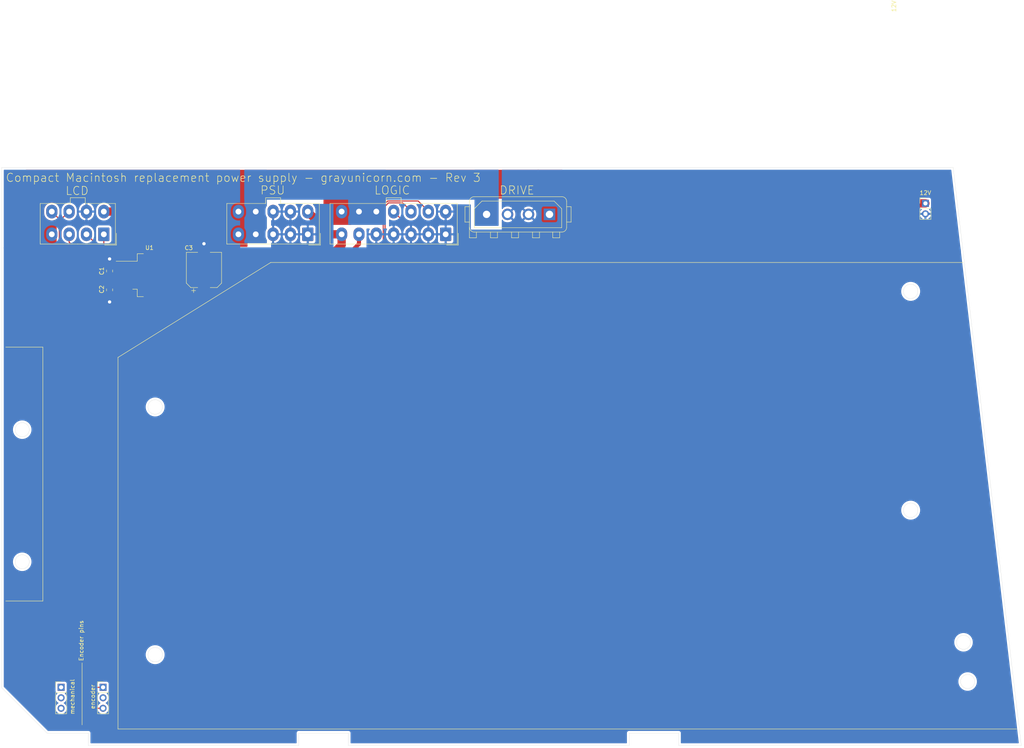
<source format=kicad_pcb>
(kicad_pcb (version 20171130) (host pcbnew "(5.1.10)-1")

  (general
    (thickness 1.6)
    (drawings 42)
    (tracks 110)
    (zones 0)
    (modules 11)
    (nets 11)
  )

  (page A3)
  (layers
    (0 F.Cu signal)
    (31 B.Cu signal)
    (36 B.SilkS user)
    (37 F.SilkS user)
    (38 B.Mask user)
    (39 F.Mask user)
    (40 Dwgs.User user)
    (44 Edge.Cuts user)
    (45 Margin user)
    (46 B.CrtYd user)
    (47 F.CrtYd user)
  )

  (setup
    (last_trace_width 0.25)
    (user_trace_width 0.5)
    (user_trace_width 1)
    (user_trace_width 1.5)
    (user_trace_width 2)
    (user_trace_width 3)
    (user_trace_width 3.5)
    (user_trace_width 4)
    (user_trace_width 5)
    (trace_clearance 0.2)
    (zone_clearance 0.508)
    (zone_45_only no)
    (trace_min 0.2)
    (via_size 0.8)
    (via_drill 0.4)
    (via_min_size 0.4)
    (via_min_drill 0.3)
    (uvia_size 0.3)
    (uvia_drill 0.1)
    (uvias_allowed no)
    (uvia_min_size 0.2)
    (uvia_min_drill 0.1)
    (edge_width 0.05)
    (segment_width 0.2)
    (pcb_text_width 0.3)
    (pcb_text_size 1.5 1.5)
    (mod_edge_width 0.12)
    (mod_text_size 1 1)
    (mod_text_width 0.15)
    (pad_size 1.7 1.7)
    (pad_drill 1)
    (pad_to_mask_clearance 0)
    (aux_axis_origin 0 0)
    (visible_elements 7FFFFFFF)
    (pcbplotparams
      (layerselection 0x010e0_ffffffff)
      (usegerberextensions false)
      (usegerberattributes true)
      (usegerberadvancedattributes true)
      (creategerberjobfile true)
      (excludeedgelayer true)
      (linewidth 0.100000)
      (plotframeref false)
      (viasonmask false)
      (mode 1)
      (useauxorigin false)
      (hpglpennumber 1)
      (hpglpenspeed 20)
      (hpglpendiameter 15.000000)
      (psnegative false)
      (psa4output false)
      (plotreference true)
      (plotvalue true)
      (plotinvisibletext false)
      (padsonsilk false)
      (subtractmaskfromsilk false)
      (outputformat 1)
      (mirror false)
      (drillshape 0)
      (scaleselection 1)
      (outputdirectory "Fabrication outputs/"))
  )

  (net 0 "")
  (net 1 /-5V)
  (net 2 /GND)
  (net 3 /5V)
  (net 4 /12V)
  (net 5 /VIDEO)
  (net 6 /HSYNC)
  (net 7 /VSYNC)
  (net 8 /ROTARY_A)
  (net 9 /ROTARY_B)
  (net 10 /-12V)

  (net_class Default "This is the default net class."
    (clearance 0.2)
    (trace_width 0.25)
    (via_dia 0.8)
    (via_drill 0.4)
    (uvia_dia 0.3)
    (uvia_drill 0.1)
    (add_net /-12V)
    (add_net /-5V)
    (add_net /12V)
    (add_net /5V)
    (add_net /GND)
    (add_net /HSYNC)
    (add_net /ROTARY_A)
    (add_net /ROTARY_B)
    (add_net /VIDEO)
    (add_net /VSYNC)
  )

  (module Capacitor_SMD:CP_Elec_8x10 (layer F.Cu) (tedit 5BCA39D0) (tstamp 60DA8969)
    (at 49.022 -115.189 90)
    (descr "SMD capacitor, aluminum electrolytic, Nichicon, 8.0x10mm")
    (tags "capacitor electrolytic")
    (path /60DAC9E2)
    (attr smd)
    (fp_text reference C3 (at 5.334 -3.683) (layer F.SilkS)
      (effects (font (size 1 1) (thickness 0.15)))
    )
    (fp_text value "220uF 16V" (at 0 5.2 90) (layer F.Fab)
      (effects (font (size 1 1) (thickness 0.15)))
    )
    (fp_line (start -5.25 1.5) (end -4.4 1.5) (layer F.CrtYd) (width 0.05))
    (fp_line (start -5.25 -1.5) (end -5.25 1.5) (layer F.CrtYd) (width 0.05))
    (fp_line (start -4.4 -1.5) (end -5.25 -1.5) (layer F.CrtYd) (width 0.05))
    (fp_line (start -4.4 1.5) (end -4.4 3.25) (layer F.CrtYd) (width 0.05))
    (fp_line (start -4.4 -3.25) (end -4.4 -1.5) (layer F.CrtYd) (width 0.05))
    (fp_line (start -4.4 -3.25) (end -3.25 -4.4) (layer F.CrtYd) (width 0.05))
    (fp_line (start -4.4 3.25) (end -3.25 4.4) (layer F.CrtYd) (width 0.05))
    (fp_line (start -3.25 -4.4) (end 4.4 -4.4) (layer F.CrtYd) (width 0.05))
    (fp_line (start -3.25 4.4) (end 4.4 4.4) (layer F.CrtYd) (width 0.05))
    (fp_line (start 4.4 1.5) (end 4.4 4.4) (layer F.CrtYd) (width 0.05))
    (fp_line (start 5.25 1.5) (end 4.4 1.5) (layer F.CrtYd) (width 0.05))
    (fp_line (start 5.25 -1.5) (end 5.25 1.5) (layer F.CrtYd) (width 0.05))
    (fp_line (start 4.4 -1.5) (end 5.25 -1.5) (layer F.CrtYd) (width 0.05))
    (fp_line (start 4.4 -4.4) (end 4.4 -1.5) (layer F.CrtYd) (width 0.05))
    (fp_line (start -5 -3.01) (end -5 -2.01) (layer F.SilkS) (width 0.12))
    (fp_line (start -5.5 -2.51) (end -4.5 -2.51) (layer F.SilkS) (width 0.12))
    (fp_line (start -4.26 3.195563) (end -3.195563 4.26) (layer F.SilkS) (width 0.12))
    (fp_line (start -4.26 -3.195563) (end -3.195563 -4.26) (layer F.SilkS) (width 0.12))
    (fp_line (start -4.26 -3.195563) (end -4.26 -1.51) (layer F.SilkS) (width 0.12))
    (fp_line (start -4.26 3.195563) (end -4.26 1.51) (layer F.SilkS) (width 0.12))
    (fp_line (start -3.195563 4.26) (end 4.26 4.26) (layer F.SilkS) (width 0.12))
    (fp_line (start -3.195563 -4.26) (end 4.26 -4.26) (layer F.SilkS) (width 0.12))
    (fp_line (start 4.26 -4.26) (end 4.26 -1.51) (layer F.SilkS) (width 0.12))
    (fp_line (start 4.26 4.26) (end 4.26 1.51) (layer F.SilkS) (width 0.12))
    (fp_line (start -3.162278 -1.9) (end -3.162278 -1.1) (layer F.Fab) (width 0.1))
    (fp_line (start -3.562278 -1.5) (end -2.762278 -1.5) (layer F.Fab) (width 0.1))
    (fp_line (start -4.15 3.15) (end -3.15 4.15) (layer F.Fab) (width 0.1))
    (fp_line (start -4.15 -3.15) (end -3.15 -4.15) (layer F.Fab) (width 0.1))
    (fp_line (start -4.15 -3.15) (end -4.15 3.15) (layer F.Fab) (width 0.1))
    (fp_line (start -3.15 4.15) (end 4.15 4.15) (layer F.Fab) (width 0.1))
    (fp_line (start -3.15 -4.15) (end 4.15 -4.15) (layer F.Fab) (width 0.1))
    (fp_line (start 4.15 -4.15) (end 4.15 4.15) (layer F.Fab) (width 0.1))
    (fp_circle (center 0 0) (end 4 0) (layer F.Fab) (width 0.1))
    (fp_text user %R (at 0 0 90) (layer F.Fab)
      (effects (font (size 1 1) (thickness 0.15)))
    )
    (pad 2 smd roundrect (at 3.25 0 90) (size 3.5 2.5) (layers F.Cu F.Paste F.Mask) (roundrect_rratio 0.1)
      (net 2 /GND))
    (pad 1 smd roundrect (at -3.25 0 90) (size 3.5 2.5) (layers F.Cu F.Paste F.Mask) (roundrect_rratio 0.1)
      (net 1 /-5V))
    (model ${KISYS3DMOD}/Capacitor_SMD.3dshapes/CP_Elec_8x10.wrl
      (at (xyz 0 0 0))
      (scale (xyz 1 1 1))
      (rotate (xyz 0 0 0))
    )
  )

  (module Connector_PinHeader_2.54mm:PinHeader_1x03_P2.54mm_Vertical (layer F.Cu) (tedit 59FED5CC) (tstamp 60D5595D)
    (at 14.42 -14.097)
    (descr "Through hole straight pin header, 1x03, 2.54mm pitch, single row")
    (tags "Through hole pin header THT 1x03 2.54mm single row")
    (path /60C81949)
    (fp_text reference SW1 (at 0 -2.33) (layer F.SilkS) hide
      (effects (font (size 1 1) (thickness 0.15)))
    )
    (fp_text value Rotary_Encoder (at 0 7.41) (layer F.Fab) hide
      (effects (font (size 1 1) (thickness 0.15)))
    )
    (fp_line (start 1.8 -1.8) (end -1.8 -1.8) (layer F.CrtYd) (width 0.05))
    (fp_line (start 1.8 6.85) (end 1.8 -1.8) (layer F.CrtYd) (width 0.05))
    (fp_line (start -1.8 6.85) (end 1.8 6.85) (layer F.CrtYd) (width 0.05))
    (fp_line (start -1.8 -1.8) (end -1.8 6.85) (layer F.CrtYd) (width 0.05))
    (fp_line (start -1.33 -1.33) (end 0 -1.33) (layer F.SilkS) (width 0.12))
    (fp_line (start -1.33 0) (end -1.33 -1.33) (layer F.SilkS) (width 0.12))
    (fp_line (start -1.33 1.27) (end 1.33 1.27) (layer F.SilkS) (width 0.12))
    (fp_line (start 1.33 1.27) (end 1.33 6.41) (layer F.SilkS) (width 0.12))
    (fp_line (start -1.33 1.27) (end -1.33 6.41) (layer F.SilkS) (width 0.12))
    (fp_line (start -1.33 6.41) (end 1.33 6.41) (layer F.SilkS) (width 0.12))
    (fp_line (start -1.27 -0.635) (end -0.635 -1.27) (layer F.Fab) (width 0.1))
    (fp_line (start -1.27 6.35) (end -1.27 -0.635) (layer F.Fab) (width 0.1))
    (fp_line (start 1.27 6.35) (end -1.27 6.35) (layer F.Fab) (width 0.1))
    (fp_line (start 1.27 -1.27) (end 1.27 6.35) (layer F.Fab) (width 0.1))
    (fp_line (start -0.635 -1.27) (end 1.27 -1.27) (layer F.Fab) (width 0.1))
    (fp_text user %R (at 0 2.54 90) (layer F.Fab) hide
      (effects (font (size 1 1) (thickness 0.15)))
    )
    (pad 3 thru_hole oval (at 0 5.08) (size 1.7 1.7) (drill 1) (layers *.Cu *.Mask))
    (pad 2 thru_hole oval (at 0 2.54) (size 1.7 1.7) (drill 1) (layers *.Cu *.Mask))
    (pad 1 thru_hole rect (at 0 0) (size 1.7 1.7) (drill 1) (layers *.Cu *.Mask))
    (model ${KISYS3DMOD}/Connector_PinHeader_2.54mm.3dshapes/PinHeader_1x03_P2.54mm_Vertical.wrl
      (at (xyz 0 0 0))
      (scale (xyz 1 1 1))
      (rotate (xyz 0 0 0))
    )
  )

  (module Package_TO_SOT_SMD:TO-263-3_TabPin2 (layer F.Cu) (tedit 5A70FB8C) (tstamp 60D9D3D9)
    (at 35.814 -113.919)
    (descr "TO-263 / D2PAK / DDPAK SMD package, http://www.infineon.com/cms/en/product/packages/PG-TO263/PG-TO263-3-1/")
    (tags "D2PAK DDPAK TO-263 D2PAK-3 TO-263-3 SOT-404")
    (path /60E60C9E)
    (attr smd)
    (fp_text reference U1 (at 0 -6.65) (layer F.SilkS)
      (effects (font (size 1 1) (thickness 0.15)))
    )
    (fp_text value MC7905 (at 0 6.65) (layer F.Fab)
      (effects (font (size 1 1) (thickness 0.15)))
    )
    (fp_line (start 6.5 -5) (end 7.5 -5) (layer F.Fab) (width 0.1))
    (fp_line (start 7.5 -5) (end 7.5 5) (layer F.Fab) (width 0.1))
    (fp_line (start 7.5 5) (end 6.5 5) (layer F.Fab) (width 0.1))
    (fp_line (start 6.5 -5) (end 6.5 5) (layer F.Fab) (width 0.1))
    (fp_line (start 6.5 5) (end -2.75 5) (layer F.Fab) (width 0.1))
    (fp_line (start -2.75 5) (end -2.75 -4) (layer F.Fab) (width 0.1))
    (fp_line (start -2.75 -4) (end -1.75 -5) (layer F.Fab) (width 0.1))
    (fp_line (start -1.75 -5) (end 6.5 -5) (layer F.Fab) (width 0.1))
    (fp_line (start -2.75 -3.04) (end -7.45 -3.04) (layer F.Fab) (width 0.1))
    (fp_line (start -7.45 -3.04) (end -7.45 -2.04) (layer F.Fab) (width 0.1))
    (fp_line (start -7.45 -2.04) (end -2.75 -2.04) (layer F.Fab) (width 0.1))
    (fp_line (start -2.75 -0.5) (end -7.45 -0.5) (layer F.Fab) (width 0.1))
    (fp_line (start -7.45 -0.5) (end -7.45 0.5) (layer F.Fab) (width 0.1))
    (fp_line (start -7.45 0.5) (end -2.75 0.5) (layer F.Fab) (width 0.1))
    (fp_line (start -2.75 2.04) (end -7.45 2.04) (layer F.Fab) (width 0.1))
    (fp_line (start -7.45 2.04) (end -7.45 3.04) (layer F.Fab) (width 0.1))
    (fp_line (start -7.45 3.04) (end -2.75 3.04) (layer F.Fab) (width 0.1))
    (fp_line (start -1.45 -5.2) (end -2.95 -5.2) (layer F.SilkS) (width 0.12))
    (fp_line (start -2.95 -5.2) (end -2.95 -3.39) (layer F.SilkS) (width 0.12))
    (fp_line (start -2.95 -3.39) (end -8.075 -3.39) (layer F.SilkS) (width 0.12))
    (fp_line (start -1.45 5.2) (end -2.95 5.2) (layer F.SilkS) (width 0.12))
    (fp_line (start -2.95 5.2) (end -2.95 3.39) (layer F.SilkS) (width 0.12))
    (fp_line (start -2.95 3.39) (end -4.05 3.39) (layer F.SilkS) (width 0.12))
    (fp_line (start -8.32 -5.65) (end -8.32 5.65) (layer F.CrtYd) (width 0.05))
    (fp_line (start -8.32 5.65) (end 8.32 5.65) (layer F.CrtYd) (width 0.05))
    (fp_line (start 8.32 5.65) (end 8.32 -5.65) (layer F.CrtYd) (width 0.05))
    (fp_line (start 8.32 -5.65) (end -8.32 -5.65) (layer F.CrtYd) (width 0.05))
    (fp_text user %R (at 0 0) (layer F.Fab)
      (effects (font (size 1 1) (thickness 0.15)))
    )
    (pad "" smd rect (at 0.95 2.775) (size 4.55 5.25) (layers F.Paste))
    (pad "" smd rect (at 5.8 -2.775) (size 4.55 5.25) (layers F.Paste))
    (pad "" smd rect (at 0.95 -2.775) (size 4.55 5.25) (layers F.Paste))
    (pad "" smd rect (at 5.8 2.775) (size 4.55 5.25) (layers F.Paste))
    (pad 2 smd rect (at 3.375 0) (size 9.4 10.8) (layers F.Cu F.Mask)
      (net 10 /-12V))
    (pad 3 smd rect (at -5.775 2.54) (size 4.6 1.1) (layers F.Cu F.Paste F.Mask)
      (net 1 /-5V))
    (pad 2 smd rect (at -5.775 0) (size 4.6 1.1) (layers F.Cu F.Paste F.Mask)
      (net 10 /-12V))
    (pad 1 smd rect (at -5.775 -2.54) (size 4.6 1.1) (layers F.Cu F.Paste F.Mask)
      (net 2 /GND))
    (model ${KISYS3DMOD}/Package_TO_SOT_SMD.3dshapes/TO-263-3_TabPin2.wrl
      (at (xyz 0 0 0))
      (scale (xyz 1 1 1))
      (rotate (xyz 0 0 0))
    )
  )

  (module Capacitor_SMD:C_0805_2012Metric_Pad1.18x1.45mm_HandSolder (layer F.Cu) (tedit 5F68FEEF) (tstamp 60D9CEDF)
    (at 26.162 -110.363 90)
    (descr "Capacitor SMD 0805 (2012 Metric), square (rectangular) end terminal, IPC_7351 nominal with elongated pad for handsoldering. (Body size source: IPC-SM-782 page 76, https://www.pcb-3d.com/wordpress/wp-content/uploads/ipc-sm-782a_amendment_1_and_2.pdf, https://docs.google.com/spreadsheets/d/1BsfQQcO9C6DZCsRaXUlFlo91Tg2WpOkGARC1WS5S8t0/edit?usp=sharing), generated with kicad-footprint-generator")
    (tags "capacitor handsolder")
    (path /60E635D2)
    (attr smd)
    (fp_text reference C2 (at 0.127 -1.905 270) (layer F.SilkS)
      (effects (font (size 1 1) (thickness 0.15)))
    )
    (fp_text value 1uF (at 0 1.68 90) (layer F.Fab)
      (effects (font (size 1 1) (thickness 0.15)))
    )
    (fp_line (start -1 0.625) (end -1 -0.625) (layer F.Fab) (width 0.1))
    (fp_line (start -1 -0.625) (end 1 -0.625) (layer F.Fab) (width 0.1))
    (fp_line (start 1 -0.625) (end 1 0.625) (layer F.Fab) (width 0.1))
    (fp_line (start 1 0.625) (end -1 0.625) (layer F.Fab) (width 0.1))
    (fp_line (start -0.261252 -0.735) (end 0.261252 -0.735) (layer F.SilkS) (width 0.12))
    (fp_line (start -0.261252 0.735) (end 0.261252 0.735) (layer F.SilkS) (width 0.12))
    (fp_line (start -1.88 0.98) (end -1.88 -0.98) (layer F.CrtYd) (width 0.05))
    (fp_line (start -1.88 -0.98) (end 1.88 -0.98) (layer F.CrtYd) (width 0.05))
    (fp_line (start 1.88 -0.98) (end 1.88 0.98) (layer F.CrtYd) (width 0.05))
    (fp_line (start 1.88 0.98) (end -1.88 0.98) (layer F.CrtYd) (width 0.05))
    (fp_text user %R (at 0 0 90) (layer F.Fab)
      (effects (font (size 0.5 0.5) (thickness 0.08)))
    )
    (pad 2 smd roundrect (at 1.0375 0 90) (size 1.175 1.45) (layers F.Cu F.Paste F.Mask) (roundrect_rratio 0.2127659574468085)
      (net 1 /-5V))
    (pad 1 smd roundrect (at -1.0375 0 90) (size 1.175 1.45) (layers F.Cu F.Paste F.Mask) (roundrect_rratio 0.2127659574468085)
      (net 2 /GND))
    (model ${KISYS3DMOD}/Capacitor_SMD.3dshapes/C_0805_2012Metric.wrl
      (at (xyz 0 0 0))
      (scale (xyz 1 1 1))
      (rotate (xyz 0 0 0))
    )
  )

  (module Capacitor_SMD:C_0805_2012Metric_Pad1.18x1.45mm_HandSolder (layer F.Cu) (tedit 5F68FEEF) (tstamp 60D9CECE)
    (at 26.162 -114.935 270)
    (descr "Capacitor SMD 0805 (2012 Metric), square (rectangular) end terminal, IPC_7351 nominal with elongated pad for handsoldering. (Body size source: IPC-SM-782 page 76, https://www.pcb-3d.com/wordpress/wp-content/uploads/ipc-sm-782a_amendment_1_and_2.pdf, https://docs.google.com/spreadsheets/d/1BsfQQcO9C6DZCsRaXUlFlo91Tg2WpOkGARC1WS5S8t0/edit?usp=sharing), generated with kicad-footprint-generator")
    (tags "capacitor handsolder")
    (path /60E61647)
    (attr smd)
    (fp_text reference C1 (at 0 1.905 270) (layer F.SilkS)
      (effects (font (size 1 1) (thickness 0.15)))
    )
    (fp_text value 2.2uF (at 0 1.68 90) (layer F.Fab)
      (effects (font (size 1 1) (thickness 0.15)))
    )
    (fp_line (start -1 0.625) (end -1 -0.625) (layer F.Fab) (width 0.1))
    (fp_line (start -1 -0.625) (end 1 -0.625) (layer F.Fab) (width 0.1))
    (fp_line (start 1 -0.625) (end 1 0.625) (layer F.Fab) (width 0.1))
    (fp_line (start 1 0.625) (end -1 0.625) (layer F.Fab) (width 0.1))
    (fp_line (start -0.261252 -0.735) (end 0.261252 -0.735) (layer F.SilkS) (width 0.12))
    (fp_line (start -0.261252 0.735) (end 0.261252 0.735) (layer F.SilkS) (width 0.12))
    (fp_line (start -1.88 0.98) (end -1.88 -0.98) (layer F.CrtYd) (width 0.05))
    (fp_line (start -1.88 -0.98) (end 1.88 -0.98) (layer F.CrtYd) (width 0.05))
    (fp_line (start 1.88 -0.98) (end 1.88 0.98) (layer F.CrtYd) (width 0.05))
    (fp_line (start 1.88 0.98) (end -1.88 0.98) (layer F.CrtYd) (width 0.05))
    (fp_text user %R (at 0 0 90) (layer F.Fab)
      (effects (font (size 0.5 0.5) (thickness 0.08)))
    )
    (pad 2 smd roundrect (at 1.0375 0 270) (size 1.175 1.45) (layers F.Cu F.Paste F.Mask) (roundrect_rratio 0.2127659574468085)
      (net 10 /-12V))
    (pad 1 smd roundrect (at -1.0375 0 270) (size 1.175 1.45) (layers F.Cu F.Paste F.Mask) (roundrect_rratio 0.2127659574468085)
      (net 2 /GND))
    (model ${KISYS3DMOD}/Capacitor_SMD.3dshapes/C_0805_2012Metric.wrl
      (at (xyz 0 0 0))
      (scale (xyz 1 1 1))
      (rotate (xyz 0 0 0))
    )
  )

  (module Connector_Molex:Molex_Mini-Fit_Jr_5566-10A_2x05_P4.20mm_Vertical (layer F.Cu) (tedit 5B781992) (tstamp 60D9BB50)
    (at 74.168 -123.825 180)
    (descr "Molex Mini-Fit Jr. Power Connectors, old mpn/engineering number: 5566-10A, example for new mpn: 39-28-x10x, 5 Pins per row, Mounting:  (http://www.molex.com/pdm_docs/sd/039281043_sd.pdf), generated with kicad-footprint-generator")
    (tags "connector Molex Mini-Fit_Jr side entry")
    (path /60E460D2)
    (fp_text reference J1 (at 8.4 -3.45) (layer F.SilkS) hide
      (effects (font (size 1 1) (thickness 0.15)))
    )
    (fp_text value Conn_02x05_Top_Bottom (at 8.4 9.95) (layer F.Fab)
      (effects (font (size 1 1) (thickness 0.15)))
    )
    (fp_line (start -2.7 -2.25) (end -2.7 7.35) (layer F.Fab) (width 0.1))
    (fp_line (start -2.7 7.35) (end 19.5 7.35) (layer F.Fab) (width 0.1))
    (fp_line (start 19.5 7.35) (end 19.5 -2.25) (layer F.Fab) (width 0.1))
    (fp_line (start 19.5 -2.25) (end -2.7 -2.25) (layer F.Fab) (width 0.1))
    (fp_line (start 6.7 7.35) (end 6.7 8.75) (layer F.Fab) (width 0.1))
    (fp_line (start 6.7 8.75) (end 10.1 8.75) (layer F.Fab) (width 0.1))
    (fp_line (start 10.1 8.75) (end 10.1 7.35) (layer F.Fab) (width 0.1))
    (fp_line (start -1.65 -1) (end -1.65 2.3) (layer F.Fab) (width 0.1))
    (fp_line (start -1.65 2.3) (end 1.65 2.3) (layer F.Fab) (width 0.1))
    (fp_line (start 1.65 2.3) (end 1.65 -1) (layer F.Fab) (width 0.1))
    (fp_line (start 1.65 -1) (end -1.65 -1) (layer F.Fab) (width 0.1))
    (fp_line (start -1.65 6.5) (end -1.65 4.025) (layer F.Fab) (width 0.1))
    (fp_line (start -1.65 4.025) (end -0.825 3.2) (layer F.Fab) (width 0.1))
    (fp_line (start -0.825 3.2) (end 0.825 3.2) (layer F.Fab) (width 0.1))
    (fp_line (start 0.825 3.2) (end 1.65 4.025) (layer F.Fab) (width 0.1))
    (fp_line (start 1.65 4.025) (end 1.65 6.5) (layer F.Fab) (width 0.1))
    (fp_line (start 1.65 6.5) (end -1.65 6.5) (layer F.Fab) (width 0.1))
    (fp_line (start 2.55 3.2) (end 2.55 6.5) (layer F.Fab) (width 0.1))
    (fp_line (start 2.55 6.5) (end 5.85 6.5) (layer F.Fab) (width 0.1))
    (fp_line (start 5.85 6.5) (end 5.85 3.2) (layer F.Fab) (width 0.1))
    (fp_line (start 5.85 3.2) (end 2.55 3.2) (layer F.Fab) (width 0.1))
    (fp_line (start 2.55 2.3) (end 2.55 -0.175) (layer F.Fab) (width 0.1))
    (fp_line (start 2.55 -0.175) (end 3.375 -1) (layer F.Fab) (width 0.1))
    (fp_line (start 3.375 -1) (end 5.025 -1) (layer F.Fab) (width 0.1))
    (fp_line (start 5.025 -1) (end 5.85 -0.175) (layer F.Fab) (width 0.1))
    (fp_line (start 5.85 -0.175) (end 5.85 2.3) (layer F.Fab) (width 0.1))
    (fp_line (start 5.85 2.3) (end 2.55 2.3) (layer F.Fab) (width 0.1))
    (fp_line (start 6.75 3.2) (end 6.75 6.5) (layer F.Fab) (width 0.1))
    (fp_line (start 6.75 6.5) (end 10.05 6.5) (layer F.Fab) (width 0.1))
    (fp_line (start 10.05 6.5) (end 10.05 3.2) (layer F.Fab) (width 0.1))
    (fp_line (start 10.05 3.2) (end 6.75 3.2) (layer F.Fab) (width 0.1))
    (fp_line (start 6.75 2.3) (end 6.75 -0.175) (layer F.Fab) (width 0.1))
    (fp_line (start 6.75 -0.175) (end 7.575 -1) (layer F.Fab) (width 0.1))
    (fp_line (start 7.575 -1) (end 9.225 -1) (layer F.Fab) (width 0.1))
    (fp_line (start 9.225 -1) (end 10.05 -0.175) (layer F.Fab) (width 0.1))
    (fp_line (start 10.05 -0.175) (end 10.05 2.3) (layer F.Fab) (width 0.1))
    (fp_line (start 10.05 2.3) (end 6.75 2.3) (layer F.Fab) (width 0.1))
    (fp_line (start 10.95 -1) (end 10.95 2.3) (layer F.Fab) (width 0.1))
    (fp_line (start 10.95 2.3) (end 14.25 2.3) (layer F.Fab) (width 0.1))
    (fp_line (start 14.25 2.3) (end 14.25 -1) (layer F.Fab) (width 0.1))
    (fp_line (start 14.25 -1) (end 10.95 -1) (layer F.Fab) (width 0.1))
    (fp_line (start 10.95 6.5) (end 10.95 4.025) (layer F.Fab) (width 0.1))
    (fp_line (start 10.95 4.025) (end 11.775 3.2) (layer F.Fab) (width 0.1))
    (fp_line (start 11.775 3.2) (end 13.425 3.2) (layer F.Fab) (width 0.1))
    (fp_line (start 13.425 3.2) (end 14.25 4.025) (layer F.Fab) (width 0.1))
    (fp_line (start 14.25 4.025) (end 14.25 6.5) (layer F.Fab) (width 0.1))
    (fp_line (start 14.25 6.5) (end 10.95 6.5) (layer F.Fab) (width 0.1))
    (fp_line (start 15.15 -1) (end 15.15 2.3) (layer F.Fab) (width 0.1))
    (fp_line (start 15.15 2.3) (end 18.45 2.3) (layer F.Fab) (width 0.1))
    (fp_line (start 18.45 2.3) (end 18.45 -1) (layer F.Fab) (width 0.1))
    (fp_line (start 18.45 -1) (end 15.15 -1) (layer F.Fab) (width 0.1))
    (fp_line (start 15.15 6.5) (end 15.15 4.025) (layer F.Fab) (width 0.1))
    (fp_line (start 15.15 4.025) (end 15.975 3.2) (layer F.Fab) (width 0.1))
    (fp_line (start 15.975 3.2) (end 17.625 3.2) (layer F.Fab) (width 0.1))
    (fp_line (start 17.625 3.2) (end 18.45 4.025) (layer F.Fab) (width 0.1))
    (fp_line (start 18.45 4.025) (end 18.45 6.5) (layer F.Fab) (width 0.1))
    (fp_line (start 18.45 6.5) (end 15.15 6.5) (layer F.Fab) (width 0.1))
    (fp_line (start 8.4 -2.36) (end -2.81 -2.36) (layer F.SilkS) (width 0.12))
    (fp_line (start -2.81 -2.36) (end -2.81 7.46) (layer F.SilkS) (width 0.12))
    (fp_line (start -2.81 7.46) (end 6.59 7.46) (layer F.SilkS) (width 0.12))
    (fp_line (start 6.59 7.46) (end 6.59 8.86) (layer F.SilkS) (width 0.12))
    (fp_line (start 6.59 8.86) (end 8.4 8.86) (layer F.SilkS) (width 0.12))
    (fp_line (start 8.4 -2.36) (end 19.61 -2.36) (layer F.SilkS) (width 0.12))
    (fp_line (start 19.61 -2.36) (end 19.61 7.46) (layer F.SilkS) (width 0.12))
    (fp_line (start 19.61 7.46) (end 10.21 7.46) (layer F.SilkS) (width 0.12))
    (fp_line (start 10.21 7.46) (end 10.21 8.86) (layer F.SilkS) (width 0.12))
    (fp_line (start 10.21 8.86) (end 8.4 8.86) (layer F.SilkS) (width 0.12))
    (fp_line (start -0.2 -2.6) (end -3.05 -2.6) (layer F.SilkS) (width 0.12))
    (fp_line (start -3.05 -2.6) (end -3.05 0.25) (layer F.SilkS) (width 0.12))
    (fp_line (start -0.2 -2.6) (end -3.05 -2.6) (layer F.Fab) (width 0.1))
    (fp_line (start -3.05 -2.6) (end -3.05 0.25) (layer F.Fab) (width 0.1))
    (fp_line (start -3.2 -2.75) (end -3.2 9.25) (layer F.CrtYd) (width 0.05))
    (fp_line (start -3.2 9.25) (end 20 9.25) (layer F.CrtYd) (width 0.05))
    (fp_line (start 20 9.25) (end 20 -2.75) (layer F.CrtYd) (width 0.05))
    (fp_line (start 20 -2.75) (end -3.2 -2.75) (layer F.CrtYd) (width 0.05))
    (fp_text user %R (at 8.4 -1.55) (layer F.Fab)
      (effects (font (size 1 1) (thickness 0.15)))
    )
    (pad 10 thru_hole oval (at 16.8 5.5 180) (size 2.7 3.3) (drill 1.4) (layers *.Cu *.Mask)
      (net 4 /12V))
    (pad 9 thru_hole oval (at 12.6 5.5 180) (size 2.7 3.3) (drill 1.4) (layers *.Cu *.Mask)
      (net 3 /5V))
    (pad 8 thru_hole oval (at 8.4 5.5 180) (size 2.7 3.3) (drill 1.4) (layers *.Cu *.Mask)
      (net 2 /GND))
    (pad 7 thru_hole oval (at 4.2 5.5 180) (size 2.7 3.3) (drill 1.4) (layers *.Cu *.Mask)
      (net 2 /GND))
    (pad 6 thru_hole oval (at 0 5.5 180) (size 2.7 3.3) (drill 1.4) (layers *.Cu *.Mask)
      (net 10 /-12V))
    (pad 5 thru_hole oval (at 16.8 0 180) (size 2.7 3.3) (drill 1.4) (layers *.Cu *.Mask)
      (net 4 /12V))
    (pad 4 thru_hole oval (at 12.6 0 180) (size 2.7 3.3) (drill 1.4) (layers *.Cu *.Mask)
      (net 3 /5V))
    (pad 3 thru_hole oval (at 8.4 0 180) (size 2.7 3.3) (drill 1.4) (layers *.Cu *.Mask)
      (net 2 /GND))
    (pad 2 thru_hole oval (at 4.2 0 180) (size 2.7 3.3) (drill 1.4) (layers *.Cu *.Mask)
      (net 2 /GND))
    (pad 1 thru_hole roundrect (at 0 0 180) (size 2.7 3.3) (drill 1.4) (layers *.Cu *.Mask) (roundrect_rratio 0.09259296296296296)
      (net 2 /GND))
    (model ${KISYS3DMOD}/Connector_Molex.3dshapes/Molex_Mini-Fit_Jr_5566-10A_2x05_P4.20mm_Vertical.wrl
      (at (xyz 0 0 0))
      (scale (xyz 1 1 1))
      (rotate (xyz 0 0 0))
    )
  )

  (module Connector_Molex:Molex_Mini-Fit_Jr_5566-08A_2x04_P4.20mm_Vertical (layer F.Cu) (tedit 5B781992) (tstamp 60D9ABA5)
    (at 24.765 -123.825 180)
    (descr "Molex Mini-Fit Jr. Power Connectors, old mpn/engineering number: 5566-08A, example for new mpn: 39-28-x08x, 4 Pins per row, Mounting:  (http://www.molex.com/pdm_docs/sd/039281043_sd.pdf), generated with kicad-footprint-generator")
    (tags "connector Molex Mini-Fit_Jr side entry")
    (path /60E37355)
    (fp_text reference J2 (at 6.3 -3.45) (layer F.SilkS) hide
      (effects (font (size 1 1) (thickness 0.15)))
    )
    (fp_text value Conn_02x04_Top_Bottom (at 6.3 9.95) (layer F.Fab)
      (effects (font (size 1 1) (thickness 0.15)))
    )
    (fp_line (start -2.7 -2.25) (end -2.7 7.35) (layer F.Fab) (width 0.1))
    (fp_line (start -2.7 7.35) (end 15.3 7.35) (layer F.Fab) (width 0.1))
    (fp_line (start 15.3 7.35) (end 15.3 -2.25) (layer F.Fab) (width 0.1))
    (fp_line (start 15.3 -2.25) (end -2.7 -2.25) (layer F.Fab) (width 0.1))
    (fp_line (start 4.6 7.35) (end 4.6 8.75) (layer F.Fab) (width 0.1))
    (fp_line (start 4.6 8.75) (end 8 8.75) (layer F.Fab) (width 0.1))
    (fp_line (start 8 8.75) (end 8 7.35) (layer F.Fab) (width 0.1))
    (fp_line (start -1.65 -1) (end -1.65 2.3) (layer F.Fab) (width 0.1))
    (fp_line (start -1.65 2.3) (end 1.65 2.3) (layer F.Fab) (width 0.1))
    (fp_line (start 1.65 2.3) (end 1.65 -1) (layer F.Fab) (width 0.1))
    (fp_line (start 1.65 -1) (end -1.65 -1) (layer F.Fab) (width 0.1))
    (fp_line (start -1.65 6.5) (end -1.65 4.025) (layer F.Fab) (width 0.1))
    (fp_line (start -1.65 4.025) (end -0.825 3.2) (layer F.Fab) (width 0.1))
    (fp_line (start -0.825 3.2) (end 0.825 3.2) (layer F.Fab) (width 0.1))
    (fp_line (start 0.825 3.2) (end 1.65 4.025) (layer F.Fab) (width 0.1))
    (fp_line (start 1.65 4.025) (end 1.65 6.5) (layer F.Fab) (width 0.1))
    (fp_line (start 1.65 6.5) (end -1.65 6.5) (layer F.Fab) (width 0.1))
    (fp_line (start 2.55 3.2) (end 2.55 6.5) (layer F.Fab) (width 0.1))
    (fp_line (start 2.55 6.5) (end 5.85 6.5) (layer F.Fab) (width 0.1))
    (fp_line (start 5.85 6.5) (end 5.85 3.2) (layer F.Fab) (width 0.1))
    (fp_line (start 5.85 3.2) (end 2.55 3.2) (layer F.Fab) (width 0.1))
    (fp_line (start 2.55 2.3) (end 2.55 -0.175) (layer F.Fab) (width 0.1))
    (fp_line (start 2.55 -0.175) (end 3.375 -1) (layer F.Fab) (width 0.1))
    (fp_line (start 3.375 -1) (end 5.025 -1) (layer F.Fab) (width 0.1))
    (fp_line (start 5.025 -1) (end 5.85 -0.175) (layer F.Fab) (width 0.1))
    (fp_line (start 5.85 -0.175) (end 5.85 2.3) (layer F.Fab) (width 0.1))
    (fp_line (start 5.85 2.3) (end 2.55 2.3) (layer F.Fab) (width 0.1))
    (fp_line (start 6.75 3.2) (end 6.75 6.5) (layer F.Fab) (width 0.1))
    (fp_line (start 6.75 6.5) (end 10.05 6.5) (layer F.Fab) (width 0.1))
    (fp_line (start 10.05 6.5) (end 10.05 3.2) (layer F.Fab) (width 0.1))
    (fp_line (start 10.05 3.2) (end 6.75 3.2) (layer F.Fab) (width 0.1))
    (fp_line (start 6.75 2.3) (end 6.75 -0.175) (layer F.Fab) (width 0.1))
    (fp_line (start 6.75 -0.175) (end 7.575 -1) (layer F.Fab) (width 0.1))
    (fp_line (start 7.575 -1) (end 9.225 -1) (layer F.Fab) (width 0.1))
    (fp_line (start 9.225 -1) (end 10.05 -0.175) (layer F.Fab) (width 0.1))
    (fp_line (start 10.05 -0.175) (end 10.05 2.3) (layer F.Fab) (width 0.1))
    (fp_line (start 10.05 2.3) (end 6.75 2.3) (layer F.Fab) (width 0.1))
    (fp_line (start 10.95 -1) (end 10.95 2.3) (layer F.Fab) (width 0.1))
    (fp_line (start 10.95 2.3) (end 14.25 2.3) (layer F.Fab) (width 0.1))
    (fp_line (start 14.25 2.3) (end 14.25 -1) (layer F.Fab) (width 0.1))
    (fp_line (start 14.25 -1) (end 10.95 -1) (layer F.Fab) (width 0.1))
    (fp_line (start 10.95 6.5) (end 10.95 4.025) (layer F.Fab) (width 0.1))
    (fp_line (start 10.95 4.025) (end 11.775 3.2) (layer F.Fab) (width 0.1))
    (fp_line (start 11.775 3.2) (end 13.425 3.2) (layer F.Fab) (width 0.1))
    (fp_line (start 13.425 3.2) (end 14.25 4.025) (layer F.Fab) (width 0.1))
    (fp_line (start 14.25 4.025) (end 14.25 6.5) (layer F.Fab) (width 0.1))
    (fp_line (start 14.25 6.5) (end 10.95 6.5) (layer F.Fab) (width 0.1))
    (fp_line (start 6.3 -2.36) (end -2.81 -2.36) (layer F.SilkS) (width 0.12))
    (fp_line (start -2.81 -2.36) (end -2.81 7.46) (layer F.SilkS) (width 0.12))
    (fp_line (start -2.81 7.46) (end 4.49 7.46) (layer F.SilkS) (width 0.12))
    (fp_line (start 4.49 7.46) (end 4.49 8.86) (layer F.SilkS) (width 0.12))
    (fp_line (start 4.49 8.86) (end 6.3 8.86) (layer F.SilkS) (width 0.12))
    (fp_line (start 6.3 -2.36) (end 15.41 -2.36) (layer F.SilkS) (width 0.12))
    (fp_line (start 15.41 -2.36) (end 15.41 7.46) (layer F.SilkS) (width 0.12))
    (fp_line (start 15.41 7.46) (end 8.11 7.46) (layer F.SilkS) (width 0.12))
    (fp_line (start 8.11 7.46) (end 8.11 8.86) (layer F.SilkS) (width 0.12))
    (fp_line (start 8.11 8.86) (end 6.3 8.86) (layer F.SilkS) (width 0.12))
    (fp_line (start -0.2 -2.6) (end -3.05 -2.6) (layer F.SilkS) (width 0.12))
    (fp_line (start -3.05 -2.6) (end -3.05 0.25) (layer F.SilkS) (width 0.12))
    (fp_line (start -0.2 -2.6) (end -3.05 -2.6) (layer F.Fab) (width 0.1))
    (fp_line (start -3.05 -2.6) (end -3.05 0.25) (layer F.Fab) (width 0.1))
    (fp_line (start -3.2 -2.75) (end -3.2 9.25) (layer F.CrtYd) (width 0.05))
    (fp_line (start -3.2 9.25) (end 15.8 9.25) (layer F.CrtYd) (width 0.05))
    (fp_line (start 15.8 9.25) (end 15.8 -2.75) (layer F.CrtYd) (width 0.05))
    (fp_line (start 15.8 -2.75) (end -3.2 -2.75) (layer F.CrtYd) (width 0.05))
    (fp_text user %R (at 6.3 -1.55) (layer F.Fab)
      (effects (font (size 1 1) (thickness 0.15)))
    )
    (pad 8 thru_hole oval (at 12.6 5.5 180) (size 2.7 3.3) (drill 1.4) (layers *.Cu *.Mask)
      (net 9 /ROTARY_B))
    (pad 7 thru_hole oval (at 8.4 5.5 180) (size 2.7 3.3) (drill 1.4) (layers *.Cu *.Mask)
      (net 8 /ROTARY_A))
    (pad 6 thru_hole oval (at 4.2 5.5 180) (size 2.7 3.3) (drill 1.4) (layers *.Cu *.Mask)
      (net 2 /GND))
    (pad 5 thru_hole oval (at 0 5.5 180) (size 2.7 3.3) (drill 1.4) (layers *.Cu *.Mask)
      (net 10 /-12V))
    (pad 4 thru_hole oval (at 12.6 0 180) (size 2.7 3.3) (drill 1.4) (layers *.Cu *.Mask)
      (net 4 /12V))
    (pad 3 thru_hole oval (at 8.4 0 180) (size 2.7 3.3) (drill 1.4) (layers *.Cu *.Mask)
      (net 7 /VSYNC))
    (pad 2 thru_hole oval (at 4.2 0 180) (size 2.7 3.3) (drill 1.4) (layers *.Cu *.Mask)
      (net 6 /HSYNC))
    (pad 1 thru_hole roundrect (at 0 0 180) (size 2.7 3.3) (drill 1.4) (layers *.Cu *.Mask) (roundrect_rratio 0.09259296296296296)
      (net 5 /VIDEO))
    (model ${KISYS3DMOD}/Connector_Molex.3dshapes/Molex_Mini-Fit_Jr_5566-08A_2x04_P4.20mm_Vertical.wrl
      (at (xyz 0 0 0))
      (scale (xyz 1 1 1))
      (rotate (xyz 0 0 0))
    )
  )

  (module Connector_PinHeader_2.54mm:PinHeader_1x03_P2.54mm_Vertical (layer F.Cu) (tedit 60DA5F47) (tstamp 60D559A2)
    (at 24.58 -14.097)
    (descr "Through hole straight pin header, 1x03, 2.54mm pitch, single row")
    (tags "Through hole pin header THT 1x03 2.54mm single row")
    (path /60C81949)
    (fp_text reference SW1 (at 0 -2.33) (layer F.SilkS) hide
      (effects (font (size 1 1) (thickness 0.15)))
    )
    (fp_text value Rotary_Encoder (at 0 7.41) (layer F.Fab)
      (effects (font (size 1 1) (thickness 0.15)))
    )
    (fp_line (start 1.8 -1.8) (end -1.8 -1.8) (layer F.CrtYd) (width 0.05))
    (fp_line (start 1.8 6.85) (end 1.8 -1.8) (layer F.CrtYd) (width 0.05))
    (fp_line (start -1.8 6.85) (end 1.8 6.85) (layer F.CrtYd) (width 0.05))
    (fp_line (start -1.8 -1.8) (end -1.8 6.85) (layer F.CrtYd) (width 0.05))
    (fp_line (start -1.33 -1.33) (end 0 -1.33) (layer F.SilkS) (width 0.12))
    (fp_line (start -1.33 0) (end -1.33 -1.33) (layer F.SilkS) (width 0.12))
    (fp_line (start -1.33 1.27) (end 1.33 1.27) (layer F.SilkS) (width 0.12))
    (fp_line (start 1.33 1.27) (end 1.33 6.41) (layer F.SilkS) (width 0.12))
    (fp_line (start -1.33 1.27) (end -1.33 6.41) (layer F.SilkS) (width 0.12))
    (fp_line (start -1.33 6.41) (end 1.33 6.41) (layer F.SilkS) (width 0.12))
    (fp_line (start -1.27 -0.635) (end -0.635 -1.27) (layer F.Fab) (width 0.1))
    (fp_line (start -1.27 6.35) (end -1.27 -0.635) (layer F.Fab) (width 0.1))
    (fp_line (start 1.27 6.35) (end -1.27 6.35) (layer F.Fab) (width 0.1))
    (fp_line (start 1.27 -1.27) (end 1.27 6.35) (layer F.Fab) (width 0.1))
    (fp_line (start -0.635 -1.27) (end 1.27 -1.27) (layer F.Fab) (width 0.1))
    (fp_text user %R (at 0 2.54 90) (layer F.Fab)
      (effects (font (size 1 1) (thickness 0.15)))
    )
    (pad 1 thru_hole rect (at 0 0) (size 1.7 1.7) (drill 1) (layers *.Cu *.Mask))
    (pad 2 thru_hole oval (at 0 2.54) (size 1.7 1.7) (drill 1) (layers *.Cu *.Mask))
    (pad 3 thru_hole oval (at 0 5.08) (size 1.7 1.7) (drill 1) (layers *.Cu *.Mask))
    (model ${KISYS3DMOD}/Connector_PinHeader_2.54mm.3dshapes/PinHeader_1x03_P2.54mm_Vertical.wrl
      (at (xyz 0 0 0))
      (scale (xyz 1 1 1))
      (rotate (xyz 0 0 0))
    )
  )

  (module Connector_TE-Connectivity:TE_MATE-N-LOK_350211-1_1x04_P5.08mm_Vertical (layer F.Cu) (tedit 5C696A5E) (tstamp 60D53E83)
    (at 132.715 -128.651 180)
    (descr https://www.te.com/commerce/DocumentDelivery/DDEController?Action=showdoc&DocId=Customer+Drawing%7F350211%7FU5%7Fpdf%7FEnglish%7FENG_CD_350211_U5.pdf%7F350211-1)
    (tags "connector TE MATE-N-LOK top entry ATA PATA IDE 5.25 inch floppy drive power")
    (path /60CD1A8D)
    (fp_text reference J4 (at 8.89 -6.5) (layer F.SilkS) hide
      (effects (font (size 1 1) (thickness 0.15)))
    )
    (fp_text value Conn_01x04 (at 7.62 5.01) (layer F.Fab)
      (effects (font (size 1 1) (thickness 0.15)))
    )
    (fp_line (start 14.14 -5.52) (end 14.14 -4.13) (layer F.Fab) (width 0.1))
    (fp_line (start 12.75 -4.13) (end 12.75 -5.52) (layer F.Fab) (width 0.1))
    (fp_line (start 9.04 -5.52) (end 9.04 -4.13) (layer F.Fab) (width 0.1))
    (fp_line (start 7.65 -4.13) (end 7.65 -5.52) (layer F.Fab) (width 0.1))
    (fp_line (start 3.96 -5.52) (end 3.96 -4.13) (layer F.Fab) (width 0.1))
    (fp_line (start 2.57 -4.13) (end 2.57 -5.52) (layer F.Fab) (width 0.1))
    (fp_line (start -0.93 -5.52) (end -0.93 -4.13) (layer F.Fab) (width 0.1))
    (fp_line (start -2.32 -4.13) (end -2.32 -5.52) (layer F.Fab) (width 0.1))
    (fp_line (start -2.32 -5.52) (end -0.93 -5.52) (layer F.Fab) (width 0.1))
    (fp_line (start 2.57 -5.52) (end 3.96 -5.52) (layer F.Fab) (width 0.1))
    (fp_line (start 7.65 -5.52) (end 9.04 -5.52) (layer F.Fab) (width 0.1))
    (fp_line (start 12.75 -5.52) (end 14.14 -5.52) (layer F.Fab) (width 0.1))
    (fp_line (start 17.85 -4.13) (end 17.85 -5.52) (layer F.Fab) (width 0.1))
    (fp_line (start 17.85 -5.52) (end 19.24 -5.52) (layer F.Fab) (width 0.1))
    (fp_line (start -4 1.71) (end -5.08 1.71) (layer F.Fab) (width 0.1))
    (fp_line (start -5.08 -1.71) (end -4 -1.71) (layer F.Fab) (width 0.1))
    (fp_line (start -5.08 1.71) (end -5.08 -1.71) (layer F.Fab) (width 0.1))
    (fp_line (start 19.24 1.71) (end 20.32 1.71) (layer F.Fab) (width 0.1))
    (fp_line (start 20.32 -1.71) (end 19.24 -1.71) (layer F.Fab) (width 0.1))
    (fp_line (start 20.32 1.71) (end 20.32 -1.71) (layer F.Fab) (width 0.1))
    (fp_line (start -4 -2.99) (end -4 2.99) (layer F.Fab) (width 0.1))
    (fp_line (start 19.24 2.99) (end 19.24 -5.52) (layer F.Fab) (width 0.1))
    (fp_line (start -2.86 4.13) (end 18.1 4.13) (layer F.Fab) (width 0.1))
    (fp_line (start 18.1 -4.13) (end -2.86 -4.13) (layer F.Fab) (width 0.1))
    (fp_line (start -2.95 -3.22) (end 18.19 -3.22) (layer F.Fab) (width 0.1))
    (fp_line (start 18.19 -3.22) (end 18.19 1.39) (layer F.Fab) (width 0.1))
    (fp_line (start 18.19 1.39) (end 16.36 3.22) (layer F.Fab) (width 0.1))
    (fp_line (start 16.36 3.22) (end -1.12 3.22) (layer F.Fab) (width 0.1))
    (fp_line (start -1.12 3.22) (end -2.95 1.39) (layer F.Fab) (width 0.1))
    (fp_line (start -2.95 1.39) (end -2.95 -3.22) (layer F.Fab) (width 0.1))
    (fp_line (start 2.42 -5.67) (end 4.11 -5.67) (layer F.SilkS) (width 0.12))
    (fp_line (start 4.11 -5.67) (end 4.11 -4.28) (layer F.SilkS) (width 0.12))
    (fp_line (start 2.42 -4.28) (end 2.42 -5.67) (layer F.SilkS) (width 0.12))
    (fp_line (start 7.5 -4.28) (end 7.5 -5.67) (layer F.SilkS) (width 0.12))
    (fp_line (start 9.19 -5.67) (end 9.19 -4.28) (layer F.SilkS) (width 0.12))
    (fp_line (start 7.5 -5.67) (end 9.19 -5.67) (layer F.SilkS) (width 0.12))
    (fp_line (start 12.6 -5.67) (end 14.29 -5.67) (layer F.SilkS) (width 0.12))
    (fp_line (start 12.6 -4.28) (end 12.6 -5.67) (layer F.SilkS) (width 0.12))
    (fp_line (start 14.29 -5.67) (end 14.29 -4.28) (layer F.SilkS) (width 0.12))
    (fp_line (start -2.47 -4.28) (end -2.47 -5.67) (layer F.SilkS) (width 0.12))
    (fp_line (start -0.78 -5.67) (end -0.78 -4.28) (layer F.SilkS) (width 0.12))
    (fp_line (start -2.47 -5.67) (end -0.78 -5.67) (layer F.SilkS) (width 0.12))
    (fp_line (start 17.7 -5.67) (end 19.39 -5.67) (layer F.SilkS) (width 0.12))
    (fp_line (start 17.7 -4.28) (end 17.7 -5.67) (layer F.SilkS) (width 0.12))
    (fp_line (start -5.23 -1.86) (end -4.15 -1.86) (layer F.SilkS) (width 0.12))
    (fp_line (start -5.23 1.86) (end -5.23 -1.86) (layer F.SilkS) (width 0.12))
    (fp_line (start -4.15 1.86) (end -5.23 1.86) (layer F.SilkS) (width 0.12))
    (fp_line (start 20.47 -1.86) (end 19.39 -1.86) (layer F.SilkS) (width 0.12))
    (fp_line (start 20.47 1.86) (end 20.47 -1.86) (layer F.SilkS) (width 0.12))
    (fp_line (start 19.39 1.86) (end 20.47 1.86) (layer F.SilkS) (width 0.12))
    (fp_line (start -4.15 -3.14) (end -4.15 3.14) (layer F.SilkS) (width 0.12))
    (fp_line (start 18.25 -4.28) (end -3.01 -4.28) (layer F.SilkS) (width 0.12))
    (fp_line (start 19.39 3.14) (end 19.39 -5.67) (layer F.SilkS) (width 0.12))
    (fp_line (start -3.01 4.28) (end 18.25 4.28) (layer F.SilkS) (width 0.12))
    (fp_line (start -2.95 1.39) (end -2.95 -3.22) (layer F.SilkS) (width 0.12))
    (fp_line (start -1.12 3.22) (end -2.95 1.39) (layer F.SilkS) (width 0.12))
    (fp_line (start 16.36 3.22) (end -1.12 3.22) (layer F.SilkS) (width 0.12))
    (fp_line (start 18.19 1.39) (end 16.36 3.22) (layer F.SilkS) (width 0.12))
    (fp_line (start 18.19 -3.22) (end 18.19 1.39) (layer F.SilkS) (width 0.12))
    (fp_line (start -2.95 -3.22) (end 18.19 -3.22) (layer F.SilkS) (width 0.12))
    (fp_line (start -5.33 -5.77) (end -5.33 4.38) (layer F.CrtYd) (width 0.05))
    (fp_line (start 20.57 -5.77) (end -5.33 -5.77) (layer F.CrtYd) (width 0.05))
    (fp_line (start 20.57 4.38) (end 20.57 -5.77) (layer F.CrtYd) (width 0.05))
    (fp_line (start -5.33 4.38) (end 20.57 4.38) (layer F.CrtYd) (width 0.05))
    (fp_arc (start -2.86 2.99) (end -4 2.99) (angle -90) (layer F.Fab) (width 0.1))
    (fp_arc (start 18.1 2.99) (end 18.1 4.13) (angle -90) (layer F.Fab) (width 0.1))
    (fp_arc (start -2.86 -2.99) (end -2.86 -4.13) (angle -90) (layer F.Fab) (width 0.1))
    (fp_arc (start 18.1 -2.99) (end 19.24 -2.99) (angle -90) (layer F.Fab) (width 0.1))
    (fp_text user %R (at 8 0) (layer F.Fab)
      (effects (font (size 1 1) (thickness 0.15)))
    )
    (fp_arc (start -3.01 3.14) (end -4.15 3.14) (angle -90) (layer F.SilkS) (width 0.12))
    (fp_arc (start -3.01 -3.14) (end -3.01 -4.28) (angle -90) (layer F.SilkS) (width 0.12))
    (fp_arc (start 18.25 3.14) (end 18.25 4.28) (angle -90) (layer F.SilkS) (width 0.12))
    (fp_arc (start 18.25 -3.14) (end 19.39 -3.14) (angle -90) (layer F.SilkS) (width 0.12))
    (pad 4 thru_hole circle (at 15.24 0 180) (size 2.78 2.78) (drill 1.78) (layers *.Cu *.Mask)
      (net 3 /5V))
    (pad 3 thru_hole circle (at 10.16 0 180) (size 2.78 2.78) (drill 1.78) (layers *.Cu *.Mask)
      (net 2 /GND))
    (pad 2 thru_hole circle (at 5.08 0 180) (size 2.78 2.78) (drill 1.78) (layers *.Cu *.Mask)
      (net 2 /GND))
    (pad 1 thru_hole rect (at 0 0 180) (size 2.78 2.78) (drill 1.78) (layers *.Cu *.Mask)
      (net 4 /12V))
    (model ${KISYS3DMOD}/Connector_TE-Connectivity.3dshapes/TE_MATE-N-LOK_350211-1_1x04_P5.08mm_Vertical.wrl
      (at (xyz 0 0 0))
      (scale (xyz 1 1 1))
      (rotate (xyz 0 0 0))
    )
  )

  (module Connector_PinHeader_2.54mm:PinHeader_1x02_P2.54mm_Vertical (layer F.Cu) (tedit 59FED5CC) (tstamp 60CCF821)
    (at 223.774 -131.318)
    (descr "Through hole straight pin header, 1x02, 2.54mm pitch, single row")
    (tags "Through hole pin header THT 1x02 2.54mm single row")
    (path /60CD243A)
    (fp_text reference J3 (at 0 -2.33) (layer F.SilkS) hide
      (effects (font (size 1 1) (thickness 0.15)))
    )
    (fp_text value Conn_01x02 (at 0 4.87) (layer F.Fab)
      (effects (font (size 1 1) (thickness 0.15)))
    )
    (fp_line (start 1.8 -1.8) (end -1.8 -1.8) (layer F.CrtYd) (width 0.05))
    (fp_line (start 1.8 4.35) (end 1.8 -1.8) (layer F.CrtYd) (width 0.05))
    (fp_line (start -1.8 4.35) (end 1.8 4.35) (layer F.CrtYd) (width 0.05))
    (fp_line (start -1.8 -1.8) (end -1.8 4.35) (layer F.CrtYd) (width 0.05))
    (fp_line (start -1.33 -1.33) (end 0 -1.33) (layer F.SilkS) (width 0.12))
    (fp_line (start -1.33 0) (end -1.33 -1.33) (layer F.SilkS) (width 0.12))
    (fp_line (start -1.33 1.27) (end 1.33 1.27) (layer F.SilkS) (width 0.12))
    (fp_line (start 1.33 1.27) (end 1.33 3.87) (layer F.SilkS) (width 0.12))
    (fp_line (start -1.33 1.27) (end -1.33 3.87) (layer F.SilkS) (width 0.12))
    (fp_line (start -1.33 3.87) (end 1.33 3.87) (layer F.SilkS) (width 0.12))
    (fp_line (start -1.27 -0.635) (end -0.635 -1.27) (layer F.Fab) (width 0.1))
    (fp_line (start -1.27 3.81) (end -1.27 -0.635) (layer F.Fab) (width 0.1))
    (fp_line (start 1.27 3.81) (end -1.27 3.81) (layer F.Fab) (width 0.1))
    (fp_line (start 1.27 -1.27) (end 1.27 3.81) (layer F.Fab) (width 0.1))
    (fp_line (start -0.635 -1.27) (end 1.27 -1.27) (layer F.Fab) (width 0.1))
    (fp_text user %R (at 0 1.27 -270) (layer F.Fab)
      (effects (font (size 1 1) (thickness 0.15)))
    )
    (pad 2 thru_hole oval (at 0 2.54) (size 1.7 1.7) (drill 1) (layers *.Cu *.Mask)
      (net 2 /GND))
    (pad 1 thru_hole rect (at 0 0) (size 1.7 1.7) (drill 1) (layers *.Cu *.Mask)
      (net 4 /12V))
    (model ${KISYS3DMOD}/Connector_PinHeader_2.54mm.3dshapes/PinHeader_1x02_P2.54mm_Vertical.wrl
      (at (xyz 0 0 0))
      (scale (xyz 1 1 1))
      (rotate (xyz 0 0 0))
    )
  )

  (module Connector_Molex:Molex_Mini-Fit_Jr_5566-14A_2x07_P4.20mm_Vertical (layer F.Cu) (tedit 5B781992) (tstamp 60D541CC)
    (at 107.569 -123.825 180)
    (descr "Molex Mini-Fit Jr. Power Connectors, old mpn/engineering number: 5566-14A, example for new mpn: 39-28-x14x, 7 Pins per row, Mounting:  (http://www.molex.com/pdm_docs/sd/039281043_sd.pdf), generated with kicad-footprint-generator")
    (tags "connector Molex Mini-Fit_Jr side entry")
    (path /60C4D3F8)
    (fp_text reference J5 (at 12.6 -3.45) (layer F.SilkS) hide
      (effects (font (size 1 1) (thickness 0.15)))
    )
    (fp_text value "Logic board connector" (at 12.6 9.95) (layer F.Fab)
      (effects (font (size 1 1) (thickness 0.15)))
    )
    (fp_line (start 28.4 -2.75) (end -3.2 -2.75) (layer F.CrtYd) (width 0.05))
    (fp_line (start 28.4 9.25) (end 28.4 -2.75) (layer F.CrtYd) (width 0.05))
    (fp_line (start -3.2 9.25) (end 28.4 9.25) (layer F.CrtYd) (width 0.05))
    (fp_line (start -3.2 -2.75) (end -3.2 9.25) (layer F.CrtYd) (width 0.05))
    (fp_line (start -3.05 -2.6) (end -3.05 0.25) (layer F.Fab) (width 0.1))
    (fp_line (start -0.2 -2.6) (end -3.05 -2.6) (layer F.Fab) (width 0.1))
    (fp_line (start -3.05 -2.6) (end -3.05 0.25) (layer F.SilkS) (width 0.12))
    (fp_line (start -0.2 -2.6) (end -3.05 -2.6) (layer F.SilkS) (width 0.12))
    (fp_line (start 14.41 8.86) (end 12.6 8.86) (layer F.SilkS) (width 0.12))
    (fp_line (start 14.41 7.46) (end 14.41 8.86) (layer F.SilkS) (width 0.12))
    (fp_line (start 28.01 7.46) (end 14.41 7.46) (layer F.SilkS) (width 0.12))
    (fp_line (start 28.01 -2.36) (end 28.01 7.46) (layer F.SilkS) (width 0.12))
    (fp_line (start 12.6 -2.36) (end 28.01 -2.36) (layer F.SilkS) (width 0.12))
    (fp_line (start 10.79 8.86) (end 12.6 8.86) (layer F.SilkS) (width 0.12))
    (fp_line (start 10.79 7.46) (end 10.79 8.86) (layer F.SilkS) (width 0.12))
    (fp_line (start -2.81 7.46) (end 10.79 7.46) (layer F.SilkS) (width 0.12))
    (fp_line (start -2.81 -2.36) (end -2.81 7.46) (layer F.SilkS) (width 0.12))
    (fp_line (start 12.6 -2.36) (end -2.81 -2.36) (layer F.SilkS) (width 0.12))
    (fp_line (start 26.85 2.3) (end 23.55 2.3) (layer F.Fab) (width 0.1))
    (fp_line (start 26.85 -0.175) (end 26.85 2.3) (layer F.Fab) (width 0.1))
    (fp_line (start 26.025 -1) (end 26.85 -0.175) (layer F.Fab) (width 0.1))
    (fp_line (start 24.375 -1) (end 26.025 -1) (layer F.Fab) (width 0.1))
    (fp_line (start 23.55 -0.175) (end 24.375 -1) (layer F.Fab) (width 0.1))
    (fp_line (start 23.55 2.3) (end 23.55 -0.175) (layer F.Fab) (width 0.1))
    (fp_line (start 26.85 3.2) (end 23.55 3.2) (layer F.Fab) (width 0.1))
    (fp_line (start 26.85 6.5) (end 26.85 3.2) (layer F.Fab) (width 0.1))
    (fp_line (start 23.55 6.5) (end 26.85 6.5) (layer F.Fab) (width 0.1))
    (fp_line (start 23.55 3.2) (end 23.55 6.5) (layer F.Fab) (width 0.1))
    (fp_line (start 22.65 2.3) (end 19.35 2.3) (layer F.Fab) (width 0.1))
    (fp_line (start 22.65 -0.175) (end 22.65 2.3) (layer F.Fab) (width 0.1))
    (fp_line (start 21.825 -1) (end 22.65 -0.175) (layer F.Fab) (width 0.1))
    (fp_line (start 20.175 -1) (end 21.825 -1) (layer F.Fab) (width 0.1))
    (fp_line (start 19.35 -0.175) (end 20.175 -1) (layer F.Fab) (width 0.1))
    (fp_line (start 19.35 2.3) (end 19.35 -0.175) (layer F.Fab) (width 0.1))
    (fp_line (start 22.65 3.2) (end 19.35 3.2) (layer F.Fab) (width 0.1))
    (fp_line (start 22.65 6.5) (end 22.65 3.2) (layer F.Fab) (width 0.1))
    (fp_line (start 19.35 6.5) (end 22.65 6.5) (layer F.Fab) (width 0.1))
    (fp_line (start 19.35 3.2) (end 19.35 6.5) (layer F.Fab) (width 0.1))
    (fp_line (start 18.45 6.5) (end 15.15 6.5) (layer F.Fab) (width 0.1))
    (fp_line (start 18.45 4.025) (end 18.45 6.5) (layer F.Fab) (width 0.1))
    (fp_line (start 17.625 3.2) (end 18.45 4.025) (layer F.Fab) (width 0.1))
    (fp_line (start 15.975 3.2) (end 17.625 3.2) (layer F.Fab) (width 0.1))
    (fp_line (start 15.15 4.025) (end 15.975 3.2) (layer F.Fab) (width 0.1))
    (fp_line (start 15.15 6.5) (end 15.15 4.025) (layer F.Fab) (width 0.1))
    (fp_line (start 18.45 -1) (end 15.15 -1) (layer F.Fab) (width 0.1))
    (fp_line (start 18.45 2.3) (end 18.45 -1) (layer F.Fab) (width 0.1))
    (fp_line (start 15.15 2.3) (end 18.45 2.3) (layer F.Fab) (width 0.1))
    (fp_line (start 15.15 -1) (end 15.15 2.3) (layer F.Fab) (width 0.1))
    (fp_line (start 14.25 6.5) (end 10.95 6.5) (layer F.Fab) (width 0.1))
    (fp_line (start 14.25 4.025) (end 14.25 6.5) (layer F.Fab) (width 0.1))
    (fp_line (start 13.425 3.2) (end 14.25 4.025) (layer F.Fab) (width 0.1))
    (fp_line (start 11.775 3.2) (end 13.425 3.2) (layer F.Fab) (width 0.1))
    (fp_line (start 10.95 4.025) (end 11.775 3.2) (layer F.Fab) (width 0.1))
    (fp_line (start 10.95 6.5) (end 10.95 4.025) (layer F.Fab) (width 0.1))
    (fp_line (start 14.25 -1) (end 10.95 -1) (layer F.Fab) (width 0.1))
    (fp_line (start 14.25 2.3) (end 14.25 -1) (layer F.Fab) (width 0.1))
    (fp_line (start 10.95 2.3) (end 14.25 2.3) (layer F.Fab) (width 0.1))
    (fp_line (start 10.95 -1) (end 10.95 2.3) (layer F.Fab) (width 0.1))
    (fp_line (start 10.05 2.3) (end 6.75 2.3) (layer F.Fab) (width 0.1))
    (fp_line (start 10.05 -0.175) (end 10.05 2.3) (layer F.Fab) (width 0.1))
    (fp_line (start 9.225 -1) (end 10.05 -0.175) (layer F.Fab) (width 0.1))
    (fp_line (start 7.575 -1) (end 9.225 -1) (layer F.Fab) (width 0.1))
    (fp_line (start 6.75 -0.175) (end 7.575 -1) (layer F.Fab) (width 0.1))
    (fp_line (start 6.75 2.3) (end 6.75 -0.175) (layer F.Fab) (width 0.1))
    (fp_line (start 10.05 3.2) (end 6.75 3.2) (layer F.Fab) (width 0.1))
    (fp_line (start 10.05 6.5) (end 10.05 3.2) (layer F.Fab) (width 0.1))
    (fp_line (start 6.75 6.5) (end 10.05 6.5) (layer F.Fab) (width 0.1))
    (fp_line (start 6.75 3.2) (end 6.75 6.5) (layer F.Fab) (width 0.1))
    (fp_line (start 5.85 2.3) (end 2.55 2.3) (layer F.Fab) (width 0.1))
    (fp_line (start 5.85 -0.175) (end 5.85 2.3) (layer F.Fab) (width 0.1))
    (fp_line (start 5.025 -1) (end 5.85 -0.175) (layer F.Fab) (width 0.1))
    (fp_line (start 3.375 -1) (end 5.025 -1) (layer F.Fab) (width 0.1))
    (fp_line (start 2.55 -0.175) (end 3.375 -1) (layer F.Fab) (width 0.1))
    (fp_line (start 2.55 2.3) (end 2.55 -0.175) (layer F.Fab) (width 0.1))
    (fp_line (start 5.85 3.2) (end 2.55 3.2) (layer F.Fab) (width 0.1))
    (fp_line (start 5.85 6.5) (end 5.85 3.2) (layer F.Fab) (width 0.1))
    (fp_line (start 2.55 6.5) (end 5.85 6.5) (layer F.Fab) (width 0.1))
    (fp_line (start 2.55 3.2) (end 2.55 6.5) (layer F.Fab) (width 0.1))
    (fp_line (start 1.65 6.5) (end -1.65 6.5) (layer F.Fab) (width 0.1))
    (fp_line (start 1.65 4.025) (end 1.65 6.5) (layer F.Fab) (width 0.1))
    (fp_line (start 0.825 3.2) (end 1.65 4.025) (layer F.Fab) (width 0.1))
    (fp_line (start -0.825 3.2) (end 0.825 3.2) (layer F.Fab) (width 0.1))
    (fp_line (start -1.65 4.025) (end -0.825 3.2) (layer F.Fab) (width 0.1))
    (fp_line (start -1.65 6.5) (end -1.65 4.025) (layer F.Fab) (width 0.1))
    (fp_line (start 1.65 -1) (end -1.65 -1) (layer F.Fab) (width 0.1))
    (fp_line (start 1.65 2.3) (end 1.65 -1) (layer F.Fab) (width 0.1))
    (fp_line (start -1.65 2.3) (end 1.65 2.3) (layer F.Fab) (width 0.1))
    (fp_line (start -1.65 -1) (end -1.65 2.3) (layer F.Fab) (width 0.1))
    (fp_line (start 14.3 8.75) (end 14.3 7.35) (layer F.Fab) (width 0.1))
    (fp_line (start 10.9 8.75) (end 14.3 8.75) (layer F.Fab) (width 0.1))
    (fp_line (start 10.9 7.35) (end 10.9 8.75) (layer F.Fab) (width 0.1))
    (fp_line (start 27.9 -2.25) (end -2.7 -2.25) (layer F.Fab) (width 0.1))
    (fp_line (start 27.9 7.35) (end 27.9 -2.25) (layer F.Fab) (width 0.1))
    (fp_line (start -2.7 7.35) (end 27.9 7.35) (layer F.Fab) (width 0.1))
    (fp_line (start -2.7 -2.25) (end -2.7 7.35) (layer F.Fab) (width 0.1))
    (fp_text user %R (at 12.6 -1.55) (layer F.Fab)
      (effects (font (size 1 1) (thickness 0.15)))
    )
    (pad 14 thru_hole oval (at 25.2 5.5 180) (size 2.7 3.3) (drill 1.4) (layers *.Cu *.Mask)
      (net 4 /12V))
    (pad 13 thru_hole oval (at 21 5.5 180) (size 2.7 3.3) (drill 1.4) (layers *.Cu *.Mask)
      (net 3 /5V))
    (pad 12 thru_hole oval (at 16.8 5.5 180) (size 2.7 3.3) (drill 1.4) (layers *.Cu *.Mask)
      (net 3 /5V))
    (pad 11 thru_hole oval (at 12.6 5.5 180) (size 2.7 3.3) (drill 1.4) (layers *.Cu *.Mask)
      (net 7 /VSYNC))
    (pad 10 thru_hole oval (at 8.4 5.5 180) (size 2.7 3.3) (drill 1.4) (layers *.Cu *.Mask)
      (net 6 /HSYNC))
    (pad 9 thru_hole oval (at 4.2 5.5 180) (size 2.7 3.3) (drill 1.4) (layers *.Cu *.Mask)
      (net 5 /VIDEO))
    (pad 8 thru_hole oval (at 0 5.5 180) (size 2.7 3.3) (drill 1.4) (layers *.Cu *.Mask)
      (net 2 /GND))
    (pad 7 thru_hole oval (at 25.2 0 180) (size 2.7 3.3) (drill 1.4) (layers *.Cu *.Mask)
      (net 10 /-12V))
    (pad 6 thru_hole oval (at 21 0 180) (size 2.7 3.3) (drill 1.4) (layers *.Cu *.Mask)
      (net 1 /-5V))
    (pad 5 thru_hole oval (at 16.8 0 180) (size 2.7 3.3) (drill 1.4) (layers *.Cu *.Mask)
      (net 2 /GND))
    (pad 4 thru_hole oval (at 12.6 0 180) (size 2.7 3.3) (drill 1.4) (layers *.Cu *.Mask)
      (net 2 /GND))
    (pad 3 thru_hole oval (at 8.4 0 180) (size 2.7 3.3) (drill 1.4) (layers *.Cu *.Mask)
      (net 2 /GND))
    (pad 2 thru_hole oval (at 4.2 0 180) (size 2.7 3.3) (drill 1.4) (layers *.Cu *.Mask)
      (net 2 /GND))
    (pad 1 thru_hole roundrect (at 0 0 180) (size 2.7 3.3) (drill 1.4) (layers *.Cu *.Mask) (roundrect_rratio 0.09259296296296296)
      (net 2 /GND))
    (model ${KISYS3DMOD}/Connector_Molex.3dshapes/Molex_Mini-Fit_Jr_5566-14A_2x07_P4.20mm_Vertical.wrl
      (at (xyz 0 0 0))
      (scale (xyz 1 1 1))
      (rotate (xyz 0 0 0))
    )
  )

  (gr_text encoder (at 22.098 -11.811 90) (layer F.SilkS)
    (effects (font (size 1 1) (thickness 0.15)))
  )
  (gr_text 12V (at 223.774 -133.858) (layer F.SilkS)
    (effects (font (size 1 1) (thickness 0.15)))
  )
  (gr_text DRIVE (at 124.841 -134.493) (layer F.SilkS)
    (effects (font (size 2 2) (thickness 0.15)))
  )
  (gr_text LOGIC (at 94.615 -134.493) (layer F.SilkS)
    (effects (font (size 2 2) (thickness 0.15)))
  )
  (gr_text PSU (at 65.659 -134.493) (layer F.SilkS)
    (effects (font (size 2 2) (thickness 0.15)))
  )
  (gr_text LCD (at 18.288 -134.366) (layer F.SilkS)
    (effects (font (size 2 2) (thickness 0.15)))
  )
  (gr_line (start 28.2 -4) (end 245.872 -4) (layer F.SilkS) (width 0.12))
  (gr_line (start 65.2 -117) (end 28.2 -94) (layer F.SilkS) (width 0.12) (tstamp 60D9B0B9))
  (gr_line (start 65.2 -117) (end 232.918 -117) (layer F.SilkS) (width 0.12))
  (gr_line (start 36.703 -20.32) (end 36.449 -20.447) (layer Edge.Cuts) (width 0.05))
  (gr_line (start 28.2 -4) (end 28.2 -94) (layer F.SilkS) (width 0.12))
  (gr_circle (center 220.2 -57) (end 221.95 -57) (layer Edge.Cuts) (width 0.05) (tstamp 60D9B08E))
  (gr_circle (center 220.2 -110) (end 221.95 -110) (layer Edge.Cuts) (width 0.05) (tstamp 60D9B08E))
  (gr_circle (center 37.2 -82) (end 38.95 -82) (layer Edge.Cuts) (width 0.05) (tstamp 60D9B08E))
  (gr_circle (center 37.2 -22) (end 38.95 -22) (layer Edge.Cuts) (width 0.05))
  (gr_line (start 247 0) (end 230.5 -140) (layer Edge.Cuts) (width 0.05))
  (gr_text 12V (at 216.154 -179.07 90) (layer F.SilkS)
    (effects (font (size 1 1) (thickness 0.15)))
  )
  (gr_text mechanical (at 17.145 -11.811 90) (layer F.SilkS)
    (effects (font (size 1 1) (thickness 0.15)))
  )
  (gr_text "Encoder pins" (at 19.304 -25.4 90) (layer F.SilkS)
    (effects (font (size 1 1) (thickness 0.15)))
  )
  (gr_line (start 19.5 -20) (end 19.5 -5) (layer F.SilkS) (width 0.12))
  (gr_line (start 10 -96.5) (end 1 -96.5) (layer F.SilkS) (width 0.12))
  (gr_line (start 10 -35) (end 1 -35) (layer F.SilkS) (width 0.12))
  (gr_line (start 10 -96.5) (end 10 -35) (layer F.SilkS) (width 0.12))
  (gr_text "Compact Macintosh replacement power supply - grayunicorn.com - Rev 3\n" (at 58.547 -137.541) (layer F.SilkS)
    (effects (font (size 2 2) (thickness 0.15)))
  )
  (gr_line (start 0 -14) (end 0 -140) (layer Edge.Cuts) (width 0.05) (tstamp 60CA0A9A))
  (gr_line (start 72 0) (end 21 0) (layer Edge.Cuts) (width 0.05) (tstamp 60CA0A97))
  (gr_line (start 152 0) (end 84 0) (layer Edge.Cuts) (width 0.05) (tstamp 60CA0A96))
  (gr_line (start 247 0) (end 164 0) (layer Edge.Cuts) (width 0.05) (tstamp 60CA0A95))
  (gr_line (start 11 -3) (end 0 -14) (layer Edge.Cuts) (width 0.05))
  (gr_line (start 21 -3) (end 11 -3) (layer Edge.Cuts) (width 0.05))
  (gr_line (start 21 0) (end 21 -3) (layer Edge.Cuts) (width 0.05))
  (gr_line (start 164 0) (end 164 -3) (layer Edge.Cuts) (width 0.05) (tstamp 60CA0A77))
  (gr_line (start 152 -3) (end 164 -3) (layer Edge.Cuts) (width 0.05) (tstamp 60CA0A76))
  (gr_line (start 152 -3) (end 152 0) (layer Edge.Cuts) (width 0.05) (tstamp 60CA0A75))
  (gr_line (start 84 -3) (end 84 0) (layer Edge.Cuts) (width 0.05))
  (gr_line (start 72 -3) (end 84 -3) (layer Edge.Cuts) (width 0.05))
  (gr_line (start 72 0) (end 72 -3) (layer Edge.Cuts) (width 0.05))
  (gr_circle (center 233 -25) (end 234.7 -25) (layer Edge.Cuts) (width 0.05))
  (gr_circle (center 234 -15.5) (end 235.7 -15.5) (layer Edge.Cuts) (width 0.05))
  (gr_circle (center 5 -76.5) (end 6.7 -76.5) (layer Edge.Cuts) (width 0.05))
  (gr_circle (center 5 -44.5) (end 6.7 -44.5) (layer Edge.Cuts) (width 0.05))
  (gr_line (start 0 -140) (end 230.5 -140) (layer Edge.Cuts) (width 0.05))

  (segment (start 86.569 -123.825) (end 86.569 -121.494) (width 1) (layer F.Cu) (net 1))
  (segment (start 30.0175 -111.4005) (end 30.039 -111.379) (width 1) (layer F.Cu) (net 1))
  (segment (start 26.162 -111.4005) (end 30.0175 -111.4005) (width 1) (layer F.Cu) (net 1))
  (segment (start 77.014 -111.939) (end 49.022 -111.939) (width 1) (layer F.Cu) (net 1))
  (segment (start 86.569 -121.494) (end 77.014 -111.939) (width 1) (layer F.Cu) (net 1))
  (segment (start 49.022 -111.939) (end 49.022 -110.109) (width 1) (layer F.Cu) (net 1))
  (segment (start 49.022 -110.109) (end 45.974 -107.061) (width 1) (layer F.Cu) (net 1))
  (segment (start 45.974 -107.061) (end 32.893 -107.061) (width 1) (layer F.Cu) (net 1))
  (segment (start 30.039 -109.915) (end 30.039 -111.379) (width 1) (layer F.Cu) (net 1))
  (segment (start 32.893 -107.061) (end 30.039 -109.915) (width 1) (layer F.Cu) (net 1))
  (via (at 26.162 -117.856) (size 1.5) (drill 0.8) (layers F.Cu B.Cu) (net 2))
  (via (at 26.162 -107.442) (size 1.5) (drill 0.8) (layers F.Cu B.Cu) (net 2))
  (segment (start 26.162 -117.475) (end 26.162 -115.9725) (width 1) (layer F.Cu) (net 2))
  (segment (start 29.5525 -115.9725) (end 30.039 -116.459) (width 1) (layer F.Cu) (net 2))
  (segment (start 26.162 -115.9725) (end 29.5525 -115.9725) (width 1) (layer F.Cu) (net 2))
  (segment (start 26.162 -107.823) (end 26.162 -109.3255) (width 1) (layer F.Cu) (net 2))
  (segment (start 26.0885 -115.899) (end 26.162 -115.9725) (width 1) (layer F.Cu) (net 2))
  (via (at 49.022 -121.539) (size 1.5) (drill 0.8) (layers F.Cu B.Cu) (net 2))
  (segment (start 49.022 -118.439) (end 49.022 -121.539) (width 1) (layer F.Cu) (net 2))
  (segment (start 61.568 -123.825) (end 61.568 -129.325) (width 0.25) (layer B.Cu) (net 3))
  (segment (start 61.568 -129.325) (end 61.568 -135.228) (width 0.25) (layer B.Cu) (net 3))
  (segment (start 61.568 -135.228) (end 63.754 -137.414) (width 0.25) (layer B.Cu) (net 3))
  (segment (start 63.754 -137.414) (end 84.709 -137.414) (width 0.25) (layer B.Cu) (net 3))
  (segment (start 86.569 -135.554) (end 86.569 -129.325) (width 0.25) (layer B.Cu) (net 3))
  (segment (start 84.709 -137.414) (end 86.569 -135.554) (width 0.25) (layer B.Cu) (net 3))
  (segment (start 90.769 -129.325) (end 86.569 -129.325) (width 0.25) (layer B.Cu) (net 3))
  (segment (start 117.475 -128.778) (end 117.475 -135.636) (width 0.25) (layer B.Cu) (net 3))
  (segment (start 117.475 -135.636) (end 115.57 -137.541) (width 0.25) (layer B.Cu) (net 3))
  (segment (start 88.556 -137.541) (end 86.569 -135.554) (width 0.25) (layer B.Cu) (net 3))
  (segment (start 115.57 -137.541) (end 88.556 -137.541) (width 0.25) (layer B.Cu) (net 3))
  (segment (start 132.715 -128.778) (end 132.715 -134.366) (width 0.25) (layer F.Cu) (net 4))
  (segment (start 132.715 -134.366) (end 128.778 -138.303) (width 0.25) (layer F.Cu) (net 4))
  (segment (start 128.778 -138.303) (end 85.09 -138.303) (width 0.25) (layer F.Cu) (net 4))
  (segment (start 82.369 -135.582) (end 82.369 -129.325) (width 0.25) (layer F.Cu) (net 4))
  (segment (start 85.09 -138.303) (end 82.369 -135.582) (width 0.25) (layer F.Cu) (net 4))
  (segment (start 82.369 -129.325) (end 82.369 -135.563) (width 0.25) (layer F.Cu) (net 4))
  (segment (start 82.369 -135.563) (end 79.629 -138.303) (width 0.25) (layer F.Cu) (net 4))
  (segment (start 79.629 -138.303) (end 60.198 -138.303) (width 0.25) (layer F.Cu) (net 4))
  (segment (start 57.368 -135.473) (end 57.368 -129.325) (width 0.25) (layer F.Cu) (net 4))
  (segment (start 60.198 -138.303) (end 57.368 -135.473) (width 0.25) (layer F.Cu) (net 4))
  (segment (start 54.665 -138.176) (end 57.368 -135.473) (width 0.25) (layer F.Cu) (net 4))
  (segment (start 57.368 -123.825) (end 57.368 -129.325) (width 0.25) (layer F.Cu) (net 4))
  (segment (start 12.165 -123.825) (end 10.16 -123.825) (width 0.25) (layer F.Cu) (net 4))
  (segment (start 10.16 -123.825) (end 8.255 -125.73) (width 0.25) (layer F.Cu) (net 4))
  (segment (start 8.255 -125.73) (end 8.255 -136.144) (width 0.25) (layer F.Cu) (net 4))
  (segment (start 10.287 -138.176) (end 54.665 -138.176) (width 0.25) (layer F.Cu) (net 4))
  (segment (start 8.255 -136.144) (end 10.287 -138.176) (width 0.25) (layer F.Cu) (net 4))
  (segment (start 135.382 -131.318) (end 223.774 -131.318) (width 2) (layer F.Cu) (net 4))
  (segment (start 132.715 -128.651) (end 135.382 -131.318) (width 2) (layer F.Cu) (net 4))
  (segment (start 103.369 -129.325) (end 103.163 -129.325) (width 0.25) (layer F.Cu) (net 5))
  (segment (start 24.765 -123.825) (end 24.765 -106.807) (width 0.25) (layer F.Cu) (net 5))
  (segment (start 24.765 -106.807) (end 27.813 -103.759) (width 0.25) (layer F.Cu) (net 5))
  (segment (start 76.073 -103.759) (end 27.813 -103.759) (width 0.25) (layer F.Cu) (net 5))
  (segment (start 92.44401 -120.13001) (end 76.073 -103.759) (width 0.25) (layer F.Cu) (net 5))
  (segment (start 103.369 -129.325) (end 103.369 -129.422) (width 0.25) (layer F.Cu) (net 5))
  (segment (start 100.89599 -131.89501) (end 93.539599 -131.895009) (width 0.25) (layer F.Cu) (net 5))
  (segment (start 103.369 -129.422) (end 100.89599 -131.89501) (width 0.25) (layer F.Cu) (net 5))
  (segment (start 92.44401 -130.79942) (end 92.44401 -120.13001) (width 0.25) (layer F.Cu) (net 5))
  (segment (start 93.539599 -131.895009) (end 92.44401 -130.79942) (width 0.25) (layer F.Cu) (net 5))
  (segment (start 99.169 -129.325) (end 98.972 -129.325) (width 0.25) (layer F.Cu) (net 6))
  (segment (start 24.31499 -120.07501) (end 20.565 -123.825) (width 0.25) (layer F.Cu) (net 6))
  (segment (start 27.626599 -103.308991) (end 24.31499 -106.6206) (width 0.25) (layer F.Cu) (net 6))
  (segment (start 76.2594 -103.30899) (end 27.626599 -103.308991) (width 0.25) (layer F.Cu) (net 6))
  (segment (start 92.894019 -119.943609) (end 76.2594 -103.30899) (width 0.25) (layer F.Cu) (net 6))
  (segment (start 92.89402 -130.61302) (end 92.894019 -119.943609) (width 0.25) (layer F.Cu) (net 6))
  (segment (start 24.31499 -106.6206) (end 24.31499 -120.07501) (width 0.25) (layer F.Cu) (net 6))
  (segment (start 93.726 -131.445) (end 92.89402 -130.61302) (width 0.25) (layer F.Cu) (net 6))
  (segment (start 97.155 -131.445) (end 93.726 -131.445) (width 0.25) (layer F.Cu) (net 6))
  (segment (start 99.169 -129.431) (end 97.155 -131.445) (width 0.25) (layer F.Cu) (net 6))
  (segment (start 99.169 -129.325) (end 99.169 -129.431) (width 0.25) (layer F.Cu) (net 6))
  (segment (start 16.365 -123.825) (end 16.88959 -123.825) (width 0.25) (layer F.Cu) (net 7))
  (segment (start 97.028 -121.031) (end 97.028 -127.266) (width 0.25) (layer F.Cu) (net 7))
  (segment (start 76.445801 -102.858981) (end 92.83982 -119.253) (width 0.25) (layer F.Cu) (net 7))
  (segment (start 27.440198 -102.858982) (end 76.445801 -102.858981) (width 0.25) (layer F.Cu) (net 7))
  (segment (start 92.83982 -119.253) (end 95.25 -119.253) (width 0.25) (layer F.Cu) (net 7))
  (segment (start 23.864981 -106.434199) (end 27.440198 -102.858982) (width 0.25) (layer F.Cu) (net 7))
  (segment (start 23.86498 -119.77202) (end 23.864981 -106.434199) (width 0.25) (layer F.Cu) (net 7))
  (segment (start 97.028 -127.266) (end 94.969 -129.325) (width 0.25) (layer F.Cu) (net 7))
  (segment (start 22.606 -121.031) (end 23.86498 -119.77202) (width 0.25) (layer F.Cu) (net 7))
  (segment (start 17.259 -121.031) (end 22.606 -121.031) (width 0.25) (layer F.Cu) (net 7))
  (segment (start 16.365 -121.925) (end 17.259 -121.031) (width 0.25) (layer F.Cu) (net 7))
  (segment (start 95.25 -119.253) (end 97.028 -121.031) (width 0.25) (layer F.Cu) (net 7))
  (segment (start 16.365 -123.825) (end 16.365 -121.925) (width 0.25) (layer F.Cu) (net 7))
  (segment (start 16.365 -129.325) (end 16.365 -129.304) (width 0.25) (layer F.Cu) (net 8))
  (segment (start 22.86 -14.097) (end 24.58 -14.097) (width 0.25) (layer F.Cu) (net 8))
  (segment (start 14.42001 -22.53699) (end 22.86 -14.097) (width 0.25) (layer F.Cu) (net 8))
  (segment (start 14.42001 -127.45001) (end 14.42001 -22.53699) (width 0.25) (layer F.Cu) (net 8))
  (segment (start 16.295 -129.325) (end 14.42001 -127.45001) (width 0.25) (layer F.Cu) (net 8))
  (segment (start 16.365 -129.325) (end 16.295 -129.325) (width 0.25) (layer F.Cu) (net 8))
  (segment (start 22.86 -9.017) (end 24.58 -9.017) (width 0.25) (layer F.Cu) (net 9))
  (segment (start 21.971 -9.906) (end 22.86 -9.017) (width 0.25) (layer F.Cu) (net 9))
  (segment (start 21.971 -14.34959) (end 21.971 -9.906) (width 0.25) (layer F.Cu) (net 9))
  (segment (start 13.970001 -22.350589) (end 21.971 -14.34959) (width 0.25) (layer F.Cu) (net 9))
  (segment (start 13.97 -127.508) (end 13.970001 -22.350589) (width 0.25) (layer F.Cu) (net 9))
  (segment (start 12.165 -129.313) (end 13.97 -127.508) (width 0.25) (layer F.Cu) (net 9))
  (segment (start 12.165 -129.325) (end 12.165 -129.313) (width 0.25) (layer F.Cu) (net 9))
  (segment (start 26.1835 -113.919) (end 26.162 -113.8975) (width 0.25) (layer F.Cu) (net 10))
  (segment (start 74.168 -129.325) (end 74.168 -129.286) (width 2) (layer F.Cu) (net 10))
  (segment (start 79.629 -123.825) (end 82.369 -123.825) (width 2) (layer F.Cu) (net 10))
  (segment (start 74.168 -129.286) (end 79.629 -123.825) (width 2) (layer F.Cu) (net 10))
  (segment (start 30.0175 -113.8975) (end 30.039 -113.919) (width 1) (layer F.Cu) (net 10))
  (segment (start 26.162 -113.8975) (end 30.0175 -113.8975) (width 1) (layer F.Cu) (net 10))
  (segment (start 30.039 -113.919) (end 39.189 -113.919) (width 1) (layer F.Cu) (net 10))
  (segment (start 40.459 -115.189) (end 39.189 -113.919) (width 2) (layer F.Cu) (net 10))
  (segment (start 76.327 -115.189) (end 40.459 -115.189) (width 2) (layer F.Cu) (net 10))
  (segment (start 82.369 -121.231) (end 76.327 -115.189) (width 2) (layer F.Cu) (net 10))
  (segment (start 82.369 -123.825) (end 82.369 -121.231) (width 2) (layer F.Cu) (net 10))
  (segment (start 39.189 -113.919) (end 39.189 -122.863) (width 2) (layer F.Cu) (net 10))
  (segment (start 32.727 -129.325) (end 24.765 -129.325) (width 2) (layer F.Cu) (net 10))
  (segment (start 39.189 -122.863) (end 32.727 -129.325) (width 2) (layer F.Cu) (net 10))

  (zone (net 4) (net_name /12V) (layer F.Cu) (tstamp 0) (hatch edge 0.508)
    (connect_pads yes (clearance 0.508))
    (min_thickness 0.254)
    (fill yes (arc_segments 32) (thermal_gap 0.508) (thermal_bridge_width 0.508))
    (polygon
      (pts
        (xy 135.89 -125.857) (xy 129.794 -125.857) (xy 129.794 -139.446) (xy 135.89 -139.446)
      )
    )
    (filled_polygon
      (pts
        (xy 135.763 -125.984) (xy 129.921 -125.984) (xy 129.921 -139.319) (xy 135.763 -139.319)
      )
    )
  )
  (zone (net 4) (net_name /12V) (layer F.Cu) (tstamp 0) (hatch edge 0.508)
    (connect_pads yes (clearance 0.508))
    (min_thickness 0.254)
    (fill yes (arc_segments 32) (thermal_gap 0.508) (thermal_bridge_width 0.508))
    (polygon
      (pts
        (xy 130.175 -132.461) (xy 5.842 -132.461) (xy 5.842 -139.446) (xy 130.175 -139.446)
      )
    )
    (filled_polygon
      (pts
        (xy 130.048 -132.588) (xy 101.211726 -132.588) (xy 101.188236 -132.600556) (xy 101.044975 -132.644013) (xy 100.933322 -132.65501)
        (xy 100.933312 -132.65501) (xy 100.89599 -132.658686) (xy 100.858667 -132.65501) (xy 93.576932 -132.655008) (xy 93.539599 -132.658685)
        (xy 93.390613 -132.644011) (xy 93.247352 -132.600555) (xy 93.223864 -132.588) (xy 5.969 -132.588) (xy 5.969 -139.319)
        (xy 130.048 -139.319)
      )
    )
  )
  (zone (net 4) (net_name /12V) (layer F.Cu) (tstamp 0) (hatch edge 0.508)
    (connect_pads yes (clearance 0.508))
    (min_thickness 0.254)
    (fill yes (arc_segments 32) (thermal_gap 0.508) (thermal_bridge_width 0.508))
    (polygon
      (pts
        (xy 84.709 -126.111) (xy 77.978 -126.111) (xy 77.978 -132.715) (xy 84.709 -132.715)
      )
    )
    (filled_polygon
      (pts
        (xy 84.582 -126.238) (xy 79.528239 -126.238) (xy 78.105 -127.661239) (xy 78.105 -132.588) (xy 84.582 -132.588)
      )
    )
  )
  (zone (net 4) (net_name /12V) (layer F.Cu) (tstamp 0) (hatch edge 0.508)
    (connect_pads yes (clearance 0.508))
    (min_thickness 0.254)
    (fill yes (arc_segments 32) (thermal_gap 0.508) (thermal_bridge_width 0.508))
    (polygon
      (pts
        (xy 59.563 -120.777) (xy 51.562 -120.777) (xy 51.562 -132.842) (xy 59.563 -132.842)
      )
    )
    (filled_polygon
      (pts
        (xy 59.436 -120.904) (xy 51.689 -120.904) (xy 51.689 -132.715) (xy 59.436 -132.715)
      )
    )
  )
  (zone (net 4) (net_name /12V) (layer F.Cu) (tstamp 0) (hatch edge 0.508)
    (connect_pads yes (clearance 0.508))
    (min_thickness 0.254)
    (fill yes (arc_segments 32) (thermal_gap 0.508) (thermal_bridge_width 0.508))
    (polygon
      (pts
        (xy 13.462 -121.285) (xy 5.842 -121.285) (xy 5.842 -132.588) (xy 13.462 -132.588)
      )
    )
    (filled_polygon
      (pts
        (xy 13.335 -131.232688) (xy 13.273143 -131.283453) (xy 12.928302 -131.467774) (xy 12.554128 -131.581278) (xy 12.165 -131.619604)
        (xy 11.775873 -131.581278) (xy 11.401699 -131.467774) (xy 11.056858 -131.283453) (xy 10.754603 -131.035398) (xy 10.506547 -130.733143)
        (xy 10.322226 -130.388302) (xy 10.208722 -130.014128) (xy 10.18 -129.72251) (xy 10.18 -128.927491) (xy 10.208722 -128.635873)
        (xy 10.322226 -128.261699) (xy 10.506547 -127.916857) (xy 10.754602 -127.614602) (xy 11.056857 -127.366547) (xy 11.401698 -127.182226)
        (xy 11.775872 -127.068722) (xy 12.165 -127.030396) (xy 12.554127 -127.068722) (xy 12.928301 -127.182226) (xy 13.119027 -127.284171)
        (xy 13.21 -127.193197) (xy 13.21 -121.412) (xy 5.969 -121.412) (xy 5.969 -132.461) (xy 13.335 -132.461)
      )
    )
  )
  (zone (net 3) (net_name /5V) (layer B.Cu) (tstamp 0) (hatch edge 0.508)
    (connect_pads yes (clearance 0.508))
    (min_thickness 0.254)
    (fill yes (arc_segments 32) (thermal_gap 0.508) (thermal_bridge_width 0.508))
    (polygon
      (pts
        (xy 120.396 -125.857) (xy 114.554 -125.857) (xy 114.554 -139.446) (xy 120.396 -139.446)
      )
    )
    (filled_polygon
      (pts
        (xy 120.269 -125.984) (xy 114.681 -125.984) (xy 114.681 -139.319) (xy 120.269 -139.319)
      )
    )
  )
  (zone (net 3) (net_name /5V) (layer B.Cu) (tstamp 0) (hatch edge 0.508)
    (connect_pads yes (clearance 0.508))
    (min_thickness 0.254)
    (fill yes (arc_segments 32) (thermal_gap 0.508) (thermal_bridge_width 0.508))
    (polygon
      (pts
        (xy 93.091 -126.111) (xy 83.947 -126.111) (xy 83.947 -139.446) (xy 93.091 -139.446)
      )
    )
    (filled_polygon
      (pts
        (xy 92.964 -126.238) (xy 84.074 -126.238) (xy 84.074 -128.00394) (xy 84.211774 -128.261698) (xy 84.325278 -128.635872)
        (xy 84.354 -128.92749) (xy 84.354 -129.722509) (xy 84.325278 -130.014127) (xy 84.211774 -130.388302) (xy 84.074 -130.64606)
        (xy 84.074 -139.319) (xy 92.964 -139.319)
      )
    )
  )
  (zone (net 3) (net_name /5V) (layer B.Cu) (tstamp 0) (hatch edge 0.508)
    (connect_pads yes (clearance 0.508))
    (min_thickness 0.254)
    (fill yes (arc_segments 32) (thermal_gap 0.508) (thermal_bridge_width 0.508))
    (polygon
      (pts
        (xy 64.262 -121.666) (xy 58.801 -121.666) (xy 58.801 -139.446) (xy 64.262 -139.446)
      )
    )
    (filled_polygon
      (pts
        (xy 64.135 -130.764157) (xy 64.109547 -130.733143) (xy 63.925226 -130.388302) (xy 63.811722 -130.014128) (xy 63.783 -129.72251)
        (xy 63.783 -128.927491) (xy 63.811722 -128.635873) (xy 63.925226 -128.261699) (xy 64.109547 -127.916857) (xy 64.135 -127.885843)
        (xy 64.135 -125.264157) (xy 64.109547 -125.233143) (xy 63.925226 -124.888302) (xy 63.811722 -124.514128) (xy 63.783 -124.22251)
        (xy 63.783 -123.427491) (xy 63.811722 -123.135873) (xy 63.925226 -122.761699) (xy 64.109547 -122.416857) (xy 64.135 -122.385843)
        (xy 64.135 -121.793) (xy 58.928 -121.793) (xy 58.928 -122.296892) (xy 59.026453 -122.416857) (xy 59.210774 -122.761698)
        (xy 59.324278 -123.135872) (xy 59.353 -123.42749) (xy 59.353 -124.222509) (xy 59.324278 -124.514127) (xy 59.210774 -124.888302)
        (xy 59.026453 -125.233143) (xy 58.928 -125.353108) (xy 58.928 -127.796892) (xy 59.026453 -127.916857) (xy 59.210774 -128.261698)
        (xy 59.324278 -128.635872) (xy 59.353 -128.92749) (xy 59.353 -129.722509) (xy 59.324278 -130.014127) (xy 59.210774 -130.388302)
        (xy 59.026453 -130.733143) (xy 58.928 -130.853108) (xy 58.928 -139.319) (xy 64.135 -139.319)
      )
    )
  )
  (zone (net 3) (net_name /5V) (layer B.Cu) (tstamp 0) (hatch edge 0.508)
    (connect_pads yes (clearance 0.508))
    (min_thickness 0.254)
    (fill yes (arc_segments 32) (thermal_gap 0.508) (thermal_bridge_width 0.508))
    (polygon
      (pts
        (xy 120.396 -132.207) (xy 58.801 -132.207) (xy 58.801 -139.446) (xy 120.396 -139.446)
      )
    )
    (filled_polygon
      (pts
        (xy 120.269 -132.334) (xy 58.928 -132.334) (xy 58.928 -139.319) (xy 120.269 -139.319)
      )
    )
  )
  (zone (net 2) (net_name /GND) (layer B.Cu) (tstamp 60DA835D) (hatch edge 0.508)
    (connect_pads (clearance 0.508))
    (min_thickness 0.254)
    (fill yes (arc_segments 32) (thermal_gap 0.508) (thermal_bridge_width 0.508))
    (polygon
      (pts
        (xy 247.65 0.635) (xy -0.381 0.635) (xy -0.381 -120.65) (xy 247.65 -120.65)
      )
    )
    (filled_polygon
      (pts
        (xy 246.257646 -0.66) (xy 164.66 -0.66) (xy 164.66 -2.967581) (xy 164.663193 -3) (xy 164.65045 -3.129383)
        (xy 164.61271 -3.253793) (xy 164.551425 -3.36845) (xy 164.468948 -3.468948) (xy 164.36845 -3.551425) (xy 164.253793 -3.61271)
        (xy 164.129383 -3.65045) (xy 164.032419 -3.66) (xy 164 -3.663193) (xy 163.967581 -3.66) (xy 152.032419 -3.66)
        (xy 152 -3.663193) (xy 151.967581 -3.66) (xy 151.870617 -3.65045) (xy 151.746207 -3.61271) (xy 151.63155 -3.551425)
        (xy 151.531052 -3.468948) (xy 151.448575 -3.36845) (xy 151.38729 -3.253793) (xy 151.34955 -3.129383) (xy 151.336807 -3)
        (xy 151.34 -2.96758) (xy 151.340001 -0.66) (xy 84.66 -0.66) (xy 84.66 -2.967581) (xy 84.663193 -3)
        (xy 84.65045 -3.129383) (xy 84.61271 -3.253793) (xy 84.551425 -3.36845) (xy 84.468948 -3.468948) (xy 84.36845 -3.551425)
        (xy 84.253793 -3.61271) (xy 84.129383 -3.65045) (xy 84.032419 -3.66) (xy 84 -3.663193) (xy 83.967581 -3.66)
        (xy 72.032419 -3.66) (xy 72 -3.663193) (xy 71.967581 -3.66) (xy 71.870617 -3.65045) (xy 71.746207 -3.61271)
        (xy 71.63155 -3.551425) (xy 71.531052 -3.468948) (xy 71.448575 -3.36845) (xy 71.38729 -3.253793) (xy 71.34955 -3.129383)
        (xy 71.336807 -3) (xy 71.340001 -2.967571) (xy 71.34 -0.66) (xy 21.66 -0.66) (xy 21.66 -2.967581)
        (xy 21.663193 -3) (xy 21.65045 -3.129383) (xy 21.61271 -3.253793) (xy 21.551425 -3.36845) (xy 21.468948 -3.468948)
        (xy 21.36845 -3.551425) (xy 21.253793 -3.61271) (xy 21.129383 -3.65045) (xy 21.032419 -3.66) (xy 21 -3.663193)
        (xy 20.967581 -3.66) (xy 11.273381 -3.66) (xy 0.66 -14.27338) (xy 0.66 -14.947) (xy 12.931928 -14.947)
        (xy 12.931928 -13.247) (xy 12.944188 -13.122518) (xy 12.980498 -13.00282) (xy 13.039463 -12.892506) (xy 13.118815 -12.795815)
        (xy 13.215506 -12.716463) (xy 13.32582 -12.657498) (xy 13.39838 -12.635487) (xy 13.266525 -12.503632) (xy 13.10401 -12.260411)
        (xy 12.992068 -11.990158) (xy 12.935 -11.70326) (xy 12.935 -11.41074) (xy 12.992068 -11.123842) (xy 13.10401 -10.853589)
        (xy 13.266525 -10.610368) (xy 13.473368 -10.403525) (xy 13.64776 -10.287) (xy 13.473368 -10.170475) (xy 13.266525 -9.963632)
        (xy 13.10401 -9.720411) (xy 12.992068 -9.450158) (xy 12.935 -9.16326) (xy 12.935 -8.87074) (xy 12.992068 -8.583842)
        (xy 13.10401 -8.313589) (xy 13.266525 -8.070368) (xy 13.473368 -7.863525) (xy 13.716589 -7.70101) (xy 13.986842 -7.589068)
        (xy 14.27374 -7.532) (xy 14.56626 -7.532) (xy 14.853158 -7.589068) (xy 15.123411 -7.70101) (xy 15.366632 -7.863525)
        (xy 15.573475 -8.070368) (xy 15.73599 -8.313589) (xy 15.847932 -8.583842) (xy 15.905 -8.87074) (xy 15.905 -9.16326)
        (xy 15.847932 -9.450158) (xy 15.73599 -9.720411) (xy 15.573475 -9.963632) (xy 15.366632 -10.170475) (xy 15.19224 -10.287)
        (xy 15.366632 -10.403525) (xy 15.573475 -10.610368) (xy 15.73599 -10.853589) (xy 15.847932 -11.123842) (xy 15.905 -11.41074)
        (xy 15.905 -11.70326) (xy 15.847932 -11.990158) (xy 15.73599 -12.260411) (xy 15.573475 -12.503632) (xy 15.44162 -12.635487)
        (xy 15.51418 -12.657498) (xy 15.624494 -12.716463) (xy 15.721185 -12.795815) (xy 15.800537 -12.892506) (xy 15.859502 -13.00282)
        (xy 15.895812 -13.122518) (xy 15.908072 -13.247) (xy 15.908072 -14.947) (xy 23.091928 -14.947) (xy 23.091928 -13.247)
        (xy 23.104188 -13.122518) (xy 23.140498 -13.00282) (xy 23.199463 -12.892506) (xy 23.278815 -12.795815) (xy 23.375506 -12.716463)
        (xy 23.48582 -12.657498) (xy 23.55838 -12.635487) (xy 23.426525 -12.503632) (xy 23.26401 -12.260411) (xy 23.152068 -11.990158)
        (xy 23.095 -11.70326) (xy 23.095 -11.41074) (xy 23.152068 -11.123842) (xy 23.26401 -10.853589) (xy 23.426525 -10.610368)
        (xy 23.633368 -10.403525) (xy 23.80776 -10.287) (xy 23.633368 -10.170475) (xy 23.426525 -9.963632) (xy 23.26401 -9.720411)
        (xy 23.152068 -9.450158) (xy 23.095 -9.16326) (xy 23.095 -8.87074) (xy 23.152068 -8.583842) (xy 23.26401 -8.313589)
        (xy 23.426525 -8.070368) (xy 23.633368 -7.863525) (xy 23.876589 -7.70101) (xy 24.146842 -7.589068) (xy 24.43374 -7.532)
        (xy 24.72626 -7.532) (xy 25.013158 -7.589068) (xy 25.283411 -7.70101) (xy 25.526632 -7.863525) (xy 25.733475 -8.070368)
        (xy 25.89599 -8.313589) (xy 26.007932 -8.583842) (xy 26.065 -8.87074) (xy 26.065 -9.16326) (xy 26.007932 -9.450158)
        (xy 25.89599 -9.720411) (xy 25.733475 -9.963632) (xy 25.526632 -10.170475) (xy 25.35224 -10.287) (xy 25.526632 -10.403525)
        (xy 25.733475 -10.610368) (xy 25.89599 -10.853589) (xy 26.007932 -11.123842) (xy 26.065 -11.41074) (xy 26.065 -11.70326)
        (xy 26.007932 -11.990158) (xy 25.89599 -12.260411) (xy 25.733475 -12.503632) (xy 25.60162 -12.635487) (xy 25.67418 -12.657498)
        (xy 25.784494 -12.716463) (xy 25.881185 -12.795815) (xy 25.960537 -12.892506) (xy 26.019502 -13.00282) (xy 26.055812 -13.122518)
        (xy 26.068072 -13.247) (xy 26.068072 -14.947) (xy 26.055812 -15.071482) (xy 26.019502 -15.19118) (xy 25.960537 -15.301494)
        (xy 25.881185 -15.398185) (xy 25.784494 -15.477537) (xy 25.67418 -15.536502) (xy 25.554482 -15.572812) (xy 25.43 -15.585072)
        (xy 23.73 -15.585072) (xy 23.605518 -15.572812) (xy 23.48582 -15.536502) (xy 23.375506 -15.477537) (xy 23.278815 -15.398185)
        (xy 23.199463 -15.301494) (xy 23.140498 -15.19118) (xy 23.104188 -15.071482) (xy 23.091928 -14.947) (xy 15.908072 -14.947)
        (xy 15.895812 -15.071482) (xy 15.859502 -15.19118) (xy 15.800537 -15.301494) (xy 15.721185 -15.398185) (xy 15.624494 -15.477537)
        (xy 15.51418 -15.536502) (xy 15.394482 -15.572812) (xy 15.27 -15.585072) (xy 13.57 -15.585072) (xy 13.445518 -15.572812)
        (xy 13.32582 -15.536502) (xy 13.215506 -15.477537) (xy 13.118815 -15.398185) (xy 13.039463 -15.301494) (xy 12.980498 -15.19118)
        (xy 12.944188 -15.071482) (xy 12.931928 -14.947) (xy 0.66 -14.947) (xy 0.66 -15.733281) (xy 231.63146 -15.733281)
        (xy 231.63146 -15.266719) (xy 231.722482 -14.809122) (xy 231.901027 -14.378076) (xy 232.160235 -13.990144) (xy 232.490144 -13.660235)
        (xy 232.878076 -13.401027) (xy 233.309122 -13.222482) (xy 233.766719 -13.13146) (xy 234.233281 -13.13146) (xy 234.690878 -13.222482)
        (xy 235.121924 -13.401027) (xy 235.509856 -13.660235) (xy 235.839765 -13.990144) (xy 236.098973 -14.378076) (xy 236.277518 -14.809122)
        (xy 236.36854 -15.266719) (xy 236.36854 -15.733281) (xy 236.277518 -16.190878) (xy 236.098973 -16.621924) (xy 235.839765 -17.009856)
        (xy 235.509856 -17.339765) (xy 235.121924 -17.598973) (xy 234.690878 -17.777518) (xy 234.233281 -17.86854) (xy 233.766719 -17.86854)
        (xy 233.309122 -17.777518) (xy 232.878076 -17.598973) (xy 232.490144 -17.339765) (xy 232.160235 -17.009856) (xy 231.901027 -16.621924)
        (xy 231.722482 -16.190878) (xy 231.63146 -15.733281) (xy 0.66 -15.733281) (xy 0.66 -22.238182) (xy 34.781701 -22.238182)
        (xy 34.781701 -21.761818) (xy 34.874635 -21.294608) (xy 35.056931 -20.854506) (xy 35.321585 -20.458424) (xy 35.658424 -20.121585)
        (xy 36.054506 -19.856931) (xy 36.494608 -19.674635) (xy 36.961818 -19.581701) (xy 37.438182 -19.581701) (xy 37.905392 -19.674635)
        (xy 38.345494 -19.856931) (xy 38.741576 -20.121585) (xy 39.078415 -20.458424) (xy 39.343069 -20.854506) (xy 39.525365 -21.294608)
        (xy 39.618299 -21.761818) (xy 39.618299 -22.238182) (xy 39.525365 -22.705392) (xy 39.343069 -23.145494) (xy 39.078415 -23.541576)
        (xy 38.741576 -23.878415) (xy 38.345494 -24.143069) (xy 37.905392 -24.325365) (xy 37.438182 -24.418299) (xy 36.961818 -24.418299)
        (xy 36.494608 -24.325365) (xy 36.054506 -24.143069) (xy 35.658424 -23.878415) (xy 35.321585 -23.541576) (xy 35.056931 -23.145494)
        (xy 34.874635 -22.705392) (xy 34.781701 -22.238182) (xy 0.66 -22.238182) (xy 0.66 -25.233281) (xy 230.63146 -25.233281)
        (xy 230.63146 -24.766719) (xy 230.722482 -24.309122) (xy 230.901027 -23.878076) (xy 231.160235 -23.490144) (xy 231.490144 -23.160235)
        (xy 231.878076 -22.901027) (xy 232.309122 -22.722482) (xy 232.766719 -22.63146) (xy 233.233281 -22.63146) (xy 233.690878 -22.722482)
        (xy 234.121924 -22.901027) (xy 234.509856 -23.160235) (xy 234.839765 -23.490144) (xy 235.098973 -23.878076) (xy 235.277518 -24.309122)
        (xy 235.36854 -24.766719) (xy 235.36854 -25.233281) (xy 235.277518 -25.690878) (xy 235.098973 -26.121924) (xy 234.839765 -26.509856)
        (xy 234.509856 -26.839765) (xy 234.121924 -27.098973) (xy 233.690878 -27.277518) (xy 233.233281 -27.36854) (xy 232.766719 -27.36854)
        (xy 232.309122 -27.277518) (xy 231.878076 -27.098973) (xy 231.490144 -26.839765) (xy 231.160235 -26.509856) (xy 230.901027 -26.121924)
        (xy 230.722482 -25.690878) (xy 230.63146 -25.233281) (xy 0.66 -25.233281) (xy 0.66 -44.733281) (xy 2.63146 -44.733281)
        (xy 2.63146 -44.266719) (xy 2.722482 -43.809122) (xy 2.901027 -43.378076) (xy 3.160235 -42.990144) (xy 3.490144 -42.660235)
        (xy 3.878076 -42.401027) (xy 4.309122 -42.222482) (xy 4.766719 -42.13146) (xy 5.233281 -42.13146) (xy 5.690878 -42.222482)
        (xy 6.121924 -42.401027) (xy 6.509856 -42.660235) (xy 6.839765 -42.990144) (xy 7.098973 -43.378076) (xy 7.277518 -43.809122)
        (xy 7.36854 -44.266719) (xy 7.36854 -44.733281) (xy 7.277518 -45.190878) (xy 7.098973 -45.621924) (xy 6.839765 -46.009856)
        (xy 6.509856 -46.339765) (xy 6.121924 -46.598973) (xy 5.690878 -46.777518) (xy 5.233281 -46.86854) (xy 4.766719 -46.86854)
        (xy 4.309122 -46.777518) (xy 3.878076 -46.598973) (xy 3.490144 -46.339765) (xy 3.160235 -46.009856) (xy 2.901027 -45.621924)
        (xy 2.722482 -45.190878) (xy 2.63146 -44.733281) (xy 0.66 -44.733281) (xy 0.66 -57.238182) (xy 217.781701 -57.238182)
        (xy 217.781701 -56.761818) (xy 217.874635 -56.294608) (xy 218.056931 -55.854506) (xy 218.321585 -55.458424) (xy 218.658424 -55.121585)
        (xy 219.054506 -54.856931) (xy 219.494608 -54.674635) (xy 219.961818 -54.581701) (xy 220.438182 -54.581701) (xy 220.905392 -54.674635)
        (xy 221.345494 -54.856931) (xy 221.741576 -55.121585) (xy 222.078415 -55.458424) (xy 222.343069 -55.854506) (xy 222.525365 -56.294608)
        (xy 222.618299 -56.761818) (xy 222.618299 -57.238182) (xy 222.525365 -57.705392) (xy 222.343069 -58.145494) (xy 222.078415 -58.541576)
        (xy 221.741576 -58.878415) (xy 221.345494 -59.143069) (xy 220.905392 -59.325365) (xy 220.438182 -59.418299) (xy 219.961818 -59.418299)
        (xy 219.494608 -59.325365) (xy 219.054506 -59.143069) (xy 218.658424 -58.878415) (xy 218.321585 -58.541576) (xy 218.056931 -58.145494)
        (xy 217.874635 -57.705392) (xy 217.781701 -57.238182) (xy 0.66 -57.238182) (xy 0.66 -76.733281) (xy 2.63146 -76.733281)
        (xy 2.63146 -76.266719) (xy 2.722482 -75.809122) (xy 2.901027 -75.378076) (xy 3.160235 -74.990144) (xy 3.490144 -74.660235)
        (xy 3.878076 -74.401027) (xy 4.309122 -74.222482) (xy 4.766719 -74.13146) (xy 5.233281 -74.13146) (xy 5.690878 -74.222482)
        (xy 6.121924 -74.401027) (xy 6.509856 -74.660235) (xy 6.839765 -74.990144) (xy 7.098973 -75.378076) (xy 7.277518 -75.809122)
        (xy 7.36854 -76.266719) (xy 7.36854 -76.733281) (xy 7.277518 -77.190878) (xy 7.098973 -77.621924) (xy 6.839765 -78.009856)
        (xy 6.509856 -78.339765) (xy 6.121924 -78.598973) (xy 5.690878 -78.777518) (xy 5.233281 -78.86854) (xy 4.766719 -78.86854)
        (xy 4.309122 -78.777518) (xy 3.878076 -78.598973) (xy 3.490144 -78.339765) (xy 3.160235 -78.009856) (xy 2.901027 -77.621924)
        (xy 2.722482 -77.190878) (xy 2.63146 -76.733281) (xy 0.66 -76.733281) (xy 0.66 -82.238182) (xy 34.781701 -82.238182)
        (xy 34.781701 -81.761818) (xy 34.874635 -81.294608) (xy 35.056931 -80.854506) (xy 35.321585 -80.458424) (xy 35.658424 -80.121585)
        (xy 36.054506 -79.856931) (xy 36.494608 -79.674635) (xy 36.961818 -79.581701) (xy 37.438182 -79.581701) (xy 37.905392 -79.674635)
        (xy 38.345494 -79.856931) (xy 38.741576 -80.121585) (xy 39.078415 -80.458424) (xy 39.343069 -80.854506) (xy 39.525365 -81.294608)
        (xy 39.618299 -81.761818) (xy 39.618299 -82.238182) (xy 39.525365 -82.705392) (xy 39.343069 -83.145494) (xy 39.078415 -83.541576)
        (xy 38.741576 -83.878415) (xy 38.345494 -84.143069) (xy 37.905392 -84.325365) (xy 37.438182 -84.418299) (xy 36.961818 -84.418299)
        (xy 36.494608 -84.325365) (xy 36.054506 -84.143069) (xy 35.658424 -83.878415) (xy 35.321585 -83.541576) (xy 35.056931 -83.145494)
        (xy 34.874635 -82.705392) (xy 34.781701 -82.238182) (xy 0.66 -82.238182) (xy 0.66 -110.238182) (xy 217.781701 -110.238182)
        (xy 217.781701 -109.761818) (xy 217.874635 -109.294608) (xy 218.056931 -108.854506) (xy 218.321585 -108.458424) (xy 218.658424 -108.121585)
        (xy 219.054506 -107.856931) (xy 219.494608 -107.674635) (xy 219.961818 -107.581701) (xy 220.438182 -107.581701) (xy 220.905392 -107.674635)
        (xy 221.345494 -107.856931) (xy 221.741576 -108.121585) (xy 222.078415 -108.458424) (xy 222.343069 -108.854506) (xy 222.525365 -109.294608)
        (xy 222.618299 -109.761818) (xy 222.618299 -110.238182) (xy 222.525365 -110.705392) (xy 222.343069 -111.145494) (xy 222.078415 -111.541576)
        (xy 221.741576 -111.878415) (xy 221.345494 -112.143069) (xy 220.905392 -112.325365) (xy 220.438182 -112.418299) (xy 219.961818 -112.418299)
        (xy 219.494608 -112.325365) (xy 219.054506 -112.143069) (xy 218.658424 -111.878415) (xy 218.321585 -111.541576) (xy 218.056931 -111.145494)
        (xy 217.874635 -110.705392) (xy 217.781701 -110.238182) (xy 0.66 -110.238182) (xy 0.66 -120.523) (xy 232.130936 -120.523)
      )
    )
  )
  (zone (net 2) (net_name /GND) (layer B.Cu) (tstamp 0) (hatch edge 0.508)
    (connect_pads (clearance 0.508))
    (min_thickness 0.254)
    (fill yes (arc_segments 32) (thermal_gap 0.508) (thermal_bridge_width 0.508))
    (polygon
      (pts
        (xy 57.785 -120.396) (xy -0.381 -120.396) (xy -0.381 -140.462) (xy 57.785 -140.462)
      )
    )
    (filled_polygon
      (pts
        (xy 57.658 -131.591041) (xy 57.368 -131.619604) (xy 56.978873 -131.581278) (xy 56.604699 -131.467774) (xy 56.259858 -131.283453)
        (xy 55.957603 -131.035398) (xy 55.709547 -130.733143) (xy 55.525226 -130.388302) (xy 55.411722 -130.014128) (xy 55.383 -129.72251)
        (xy 55.383 -128.927491) (xy 55.411722 -128.635873) (xy 55.525226 -128.261699) (xy 55.709547 -127.916857) (xy 55.957602 -127.614602)
        (xy 56.259857 -127.366547) (xy 56.604698 -127.182226) (xy 56.978872 -127.068722) (xy 57.368 -127.030396) (xy 57.658 -127.058959)
        (xy 57.658 -126.091041) (xy 57.368 -126.119604) (xy 56.978873 -126.081278) (xy 56.604699 -125.967774) (xy 56.259858 -125.783453)
        (xy 55.957603 -125.535398) (xy 55.709547 -125.233143) (xy 55.525226 -124.888302) (xy 55.411722 -124.514128) (xy 55.383 -124.22251)
        (xy 55.383 -123.427491) (xy 55.411722 -123.135873) (xy 55.525226 -122.761699) (xy 55.709547 -122.416857) (xy 55.957602 -122.114602)
        (xy 56.259857 -121.866547) (xy 56.604698 -121.682226) (xy 56.978872 -121.568722) (xy 57.368 -121.530396) (xy 57.658 -121.558959)
        (xy 57.658 -120.523) (xy 0.66 -120.523) (xy 0.66 -124.22251) (xy 10.18 -124.22251) (xy 10.18 -123.427491)
        (xy 10.208722 -123.135873) (xy 10.322226 -122.761699) (xy 10.506547 -122.416857) (xy 10.754602 -122.114602) (xy 11.056857 -121.866547)
        (xy 11.401698 -121.682226) (xy 11.775872 -121.568722) (xy 12.165 -121.530396) (xy 12.554127 -121.568722) (xy 12.928301 -121.682226)
        (xy 13.273143 -121.866547) (xy 13.575398 -122.114602) (xy 13.823453 -122.416857) (xy 14.007774 -122.761698) (xy 14.121278 -123.135872)
        (xy 14.15 -123.42749) (xy 14.15 -124.222509) (xy 14.15 -124.22251) (xy 14.38 -124.22251) (xy 14.38 -123.427491)
        (xy 14.408722 -123.135873) (xy 14.522226 -122.761699) (xy 14.706547 -122.416857) (xy 14.954602 -122.114602) (xy 15.256857 -121.866547)
        (xy 15.601698 -121.682226) (xy 15.975872 -121.568722) (xy 16.365 -121.530396) (xy 16.754127 -121.568722) (xy 17.128301 -121.682226)
        (xy 17.473143 -121.866547) (xy 17.775398 -122.114602) (xy 18.023453 -122.416857) (xy 18.207774 -122.761698) (xy 18.321278 -123.135872)
        (xy 18.35 -123.42749) (xy 18.35 -124.222509) (xy 18.35 -124.22251) (xy 18.58 -124.22251) (xy 18.58 -123.427491)
        (xy 18.608722 -123.135873) (xy 18.722226 -122.761699) (xy 18.906547 -122.416857) (xy 19.154602 -122.114602) (xy 19.456857 -121.866547)
        (xy 19.801698 -121.682226) (xy 20.175872 -121.568722) (xy 20.565 -121.530396) (xy 20.954127 -121.568722) (xy 21.328301 -121.682226)
        (xy 21.673143 -121.866547) (xy 21.975398 -122.114602) (xy 22.223453 -122.416857) (xy 22.407774 -122.761698) (xy 22.521278 -123.135872)
        (xy 22.55 -123.42749) (xy 22.55 -124.222509) (xy 22.521278 -124.514127) (xy 22.407774 -124.888302) (xy 22.227807 -125.224999)
        (xy 22.776928 -125.224999) (xy 22.776928 -122.425001) (xy 22.793992 -122.251747) (xy 22.844529 -122.08515) (xy 22.926595 -121.931614)
        (xy 23.037039 -121.797039) (xy 23.171614 -121.686595) (xy 23.32515 -121.604529) (xy 23.491747 -121.553992) (xy 23.665001 -121.536928)
        (xy 25.864999 -121.536928) (xy 26.038253 -121.553992) (xy 26.20485 -121.604529) (xy 26.358386 -121.686595) (xy 26.492961 -121.797039)
        (xy 26.603405 -121.931614) (xy 26.685471 -122.08515) (xy 26.736008 -122.251747) (xy 26.753072 -122.425001) (xy 26.753072 -125.224999)
        (xy 26.736008 -125.398253) (xy 26.685471 -125.56485) (xy 26.603405 -125.718386) (xy 26.492961 -125.852961) (xy 26.358386 -125.963405)
        (xy 26.20485 -126.045471) (xy 26.038253 -126.096008) (xy 25.864999 -126.113072) (xy 23.665001 -126.113072) (xy 23.491747 -126.096008)
        (xy 23.32515 -126.045471) (xy 23.171614 -125.963405) (xy 23.037039 -125.852961) (xy 22.926595 -125.718386) (xy 22.844529 -125.56485)
        (xy 22.793992 -125.398253) (xy 22.776928 -125.224999) (xy 22.227807 -125.224999) (xy 22.223453 -125.233143) (xy 21.975398 -125.535398)
        (xy 21.673143 -125.783453) (xy 21.328302 -125.967774) (xy 20.954128 -126.081278) (xy 20.565 -126.119604) (xy 20.175873 -126.081278)
        (xy 19.801699 -125.967774) (xy 19.456858 -125.783453) (xy 19.154603 -125.535398) (xy 18.906547 -125.233143) (xy 18.722226 -124.888302)
        (xy 18.608722 -124.514128) (xy 18.58 -124.22251) (xy 18.35 -124.22251) (xy 18.321278 -124.514127) (xy 18.207774 -124.888302)
        (xy 18.023453 -125.233143) (xy 17.775398 -125.535398) (xy 17.473143 -125.783453) (xy 17.128302 -125.967774) (xy 16.754128 -126.081278)
        (xy 16.365 -126.119604) (xy 15.975873 -126.081278) (xy 15.601699 -125.967774) (xy 15.256858 -125.783453) (xy 14.954603 -125.535398)
        (xy 14.706547 -125.233143) (xy 14.522226 -124.888302) (xy 14.408722 -124.514128) (xy 14.38 -124.22251) (xy 14.15 -124.22251)
        (xy 14.121278 -124.514127) (xy 14.007774 -124.888302) (xy 13.823453 -125.233143) (xy 13.575398 -125.535398) (xy 13.273143 -125.783453)
        (xy 12.928302 -125.967774) (xy 12.554128 -126.081278) (xy 12.165 -126.119604) (xy 11.775873 -126.081278) (xy 11.401699 -125.967774)
        (xy 11.056858 -125.783453) (xy 10.754603 -125.535398) (xy 10.506547 -125.233143) (xy 10.322226 -124.888302) (xy 10.208722 -124.514128)
        (xy 10.18 -124.22251) (xy 0.66 -124.22251) (xy 0.66 -129.72251) (xy 10.18 -129.72251) (xy 10.18 -128.927491)
        (xy 10.208722 -128.635873) (xy 10.322226 -128.261699) (xy 10.506547 -127.916857) (xy 10.754602 -127.614602) (xy 11.056857 -127.366547)
        (xy 11.401698 -127.182226) (xy 11.775872 -127.068722) (xy 12.165 -127.030396) (xy 12.554127 -127.068722) (xy 12.928301 -127.182226)
        (xy 13.273143 -127.366547) (xy 13.575398 -127.614602) (xy 13.823453 -127.916857) (xy 14.007774 -128.261698) (xy 14.121278 -128.635872)
        (xy 14.15 -128.92749) (xy 14.15 -129.722509) (xy 14.15 -129.72251) (xy 14.38 -129.72251) (xy 14.38 -128.927491)
        (xy 14.408722 -128.635873) (xy 14.522226 -128.261699) (xy 14.706547 -127.916857) (xy 14.954602 -127.614602) (xy 15.256857 -127.366547)
        (xy 15.601698 -127.182226) (xy 15.975872 -127.068722) (xy 16.365 -127.030396) (xy 16.754127 -127.068722) (xy 17.128301 -127.182226)
        (xy 17.473143 -127.366547) (xy 17.775398 -127.614602) (xy 18.023453 -127.916857) (xy 18.207774 -128.261698) (xy 18.321278 -128.635872)
        (xy 18.35 -128.92749) (xy 18.35 -129.198) (xy 18.58 -129.198) (xy 18.58 -128.898) (xy 18.642918 -128.513186)
        (xy 18.7797 -128.148041) (xy 18.98509 -127.816597) (xy 19.251195 -127.531591) (xy 19.567789 -127.303976) (xy 19.922705 -127.142499)
        (xy 20.129677 -127.088323) (xy 20.438 -127.203171) (xy 20.438 -129.198) (xy 20.692 -129.198) (xy 20.692 -127.203171)
        (xy 21.000323 -127.088323) (xy 21.207295 -127.142499) (xy 21.562211 -127.303976) (xy 21.878805 -127.531591) (xy 22.14491 -127.816597)
        (xy 22.3503 -128.148041) (xy 22.487082 -128.513186) (xy 22.55 -128.898) (xy 22.55 -129.198) (xy 20.692 -129.198)
        (xy 20.438 -129.198) (xy 18.58 -129.198) (xy 18.35 -129.198) (xy 18.35 -129.722509) (xy 18.347096 -129.752)
        (xy 18.58 -129.752) (xy 18.58 -129.452) (xy 20.438 -129.452) (xy 20.438 -131.446829) (xy 20.692 -131.446829)
        (xy 20.692 -129.452) (xy 22.55 -129.452) (xy 22.55 -129.72251) (xy 22.78 -129.72251) (xy 22.78 -128.927491)
        (xy 22.808722 -128.635873) (xy 22.922226 -128.261699) (xy 23.106547 -127.916857) (xy 23.354602 -127.614602) (xy 23.656857 -127.366547)
        (xy 24.001698 -127.182226) (xy 24.375872 -127.068722) (xy 24.765 -127.030396) (xy 25.154127 -127.068722) (xy 25.528301 -127.182226)
        (xy 25.873143 -127.366547) (xy 26.175398 -127.614602) (xy 26.423453 -127.916857) (xy 26.607774 -128.261698) (xy 26.721278 -128.635872)
        (xy 26.75 -128.92749) (xy 26.75 -129.722509) (xy 26.721278 -130.014127) (xy 26.607774 -130.388302) (xy 26.423453 -130.733143)
        (xy 26.175398 -131.035398) (xy 25.873143 -131.283453) (xy 25.528302 -131.467774) (xy 25.154128 -131.581278) (xy 24.765 -131.619604)
        (xy 24.375873 -131.581278) (xy 24.001699 -131.467774) (xy 23.656858 -131.283453) (xy 23.354603 -131.035398) (xy 23.106547 -130.733143)
        (xy 22.922226 -130.388302) (xy 22.808722 -130.014128) (xy 22.78 -129.72251) (xy 22.55 -129.72251) (xy 22.55 -129.752)
        (xy 22.487082 -130.136814) (xy 22.3503 -130.501959) (xy 22.14491 -130.833403) (xy 21.878805 -131.118409) (xy 21.562211 -131.346024)
        (xy 21.207295 -131.507501) (xy 21.000323 -131.561677) (xy 20.692 -131.446829) (xy 20.438 -131.446829) (xy 20.129677 -131.561677)
        (xy 19.922705 -131.507501) (xy 19.567789 -131.346024) (xy 19.251195 -131.118409) (xy 18.98509 -130.833403) (xy 18.7797 -130.501959)
        (xy 18.642918 -130.136814) (xy 18.58 -129.752) (xy 18.347096 -129.752) (xy 18.321278 -130.014127) (xy 18.207774 -130.388302)
        (xy 18.023453 -130.733143) (xy 17.775398 -131.035398) (xy 17.473143 -131.283453) (xy 17.128302 -131.467774) (xy 16.754128 -131.581278)
        (xy 16.365 -131.619604) (xy 15.975873 -131.581278) (xy 15.601699 -131.467774) (xy 15.256858 -131.283453) (xy 14.954603 -131.035398)
        (xy 14.706547 -130.733143) (xy 14.522226 -130.388302) (xy 14.408722 -130.014128) (xy 14.38 -129.72251) (xy 14.15 -129.72251)
        (xy 14.121278 -130.014127) (xy 14.007774 -130.388302) (xy 13.823453 -130.733143) (xy 13.575398 -131.035398) (xy 13.273143 -131.283453)
        (xy 12.928302 -131.467774) (xy 12.554128 -131.581278) (xy 12.165 -131.619604) (xy 11.775873 -131.581278) (xy 11.401699 -131.467774)
        (xy 11.056858 -131.283453) (xy 10.754603 -131.035398) (xy 10.506547 -130.733143) (xy 10.322226 -130.388302) (xy 10.208722 -130.014128)
        (xy 10.18 -129.72251) (xy 0.66 -129.72251) (xy 0.66 -139.34) (xy 57.658 -139.34)
      )
    )
  )
  (zone (net 2) (net_name /GND) (layer B.Cu) (tstamp 0) (hatch edge 0.508)
    (connect_pads (clearance 0.508))
    (min_thickness 0.254)
    (fill yes (arc_segments 32) (thermal_gap 0.508) (thermal_bridge_width 0.508))
    (polygon
      (pts
        (xy 80.391 -120.142) (xy 65.278 -120.142) (xy 65.278 -131.191) (xy 80.391 -131.191)
      )
    )
    (filled_polygon
      (pts
        (xy 68.38809 -130.833403) (xy 68.1827 -130.501959) (xy 68.045918 -130.136814) (xy 67.983 -129.752) (xy 67.983 -129.452)
        (xy 69.841 -129.452) (xy 69.841 -129.472) (xy 70.095 -129.472) (xy 70.095 -129.452) (xy 71.953 -129.452)
        (xy 71.953 -129.752) (xy 71.890082 -130.136814) (xy 71.7533 -130.501959) (xy 71.54791 -130.833403) (xy 71.332606 -131.064)
        (xy 72.792455 -131.064) (xy 72.757603 -131.035398) (xy 72.509547 -130.733143) (xy 72.325226 -130.388302) (xy 72.211722 -130.014128)
        (xy 72.183 -129.72251) (xy 72.183 -128.927491) (xy 72.211722 -128.635873) (xy 72.325226 -128.261699) (xy 72.509547 -127.916857)
        (xy 72.757602 -127.614602) (xy 73.059857 -127.366547) (xy 73.404698 -127.182226) (xy 73.778872 -127.068722) (xy 74.168 -127.030396)
        (xy 74.557127 -127.068722) (xy 74.931301 -127.182226) (xy 75.276143 -127.366547) (xy 75.578398 -127.614602) (xy 75.826453 -127.916857)
        (xy 76.010774 -128.261698) (xy 76.124278 -128.635872) (xy 76.153 -128.92749) (xy 76.153 -129.722509) (xy 76.124278 -130.014127)
        (xy 76.010774 -130.388302) (xy 75.826453 -130.733143) (xy 75.578398 -131.035398) (xy 75.543546 -131.064) (xy 80.264 -131.064)
        (xy 80.264 -120.269) (xy 65.405 -120.269) (xy 65.405 -121.615263) (xy 65.641 -121.703171) (xy 65.641 -123.698)
        (xy 65.895 -123.698) (xy 65.895 -121.703171) (xy 66.203323 -121.588323) (xy 66.410295 -121.642499) (xy 66.765211 -121.803976)
        (xy 67.081805 -122.031591) (xy 67.34791 -122.316597) (xy 67.5533 -122.648041) (xy 67.690082 -123.013186) (xy 67.753 -123.398)
        (xy 67.753 -123.698) (xy 67.983 -123.698) (xy 67.983 -123.398) (xy 68.045918 -123.013186) (xy 68.1827 -122.648041)
        (xy 68.38809 -122.316597) (xy 68.654195 -122.031591) (xy 68.970789 -121.803976) (xy 69.325705 -121.642499) (xy 69.532677 -121.588323)
        (xy 69.841 -121.703171) (xy 69.841 -123.698) (xy 70.095 -123.698) (xy 70.095 -121.703171) (xy 70.403323 -121.588323)
        (xy 70.610295 -121.642499) (xy 70.965211 -121.803976) (xy 71.281805 -122.031591) (xy 71.415703 -122.175) (xy 72.179928 -122.175)
        (xy 72.192188 -122.050518) (xy 72.228498 -121.93082) (xy 72.287463 -121.820506) (xy 72.366815 -121.723815) (xy 72.463506 -121.644463)
        (xy 72.57382 -121.585498) (xy 72.693518 -121.549188) (xy 72.818 -121.536928) (xy 73.88225 -121.54) (xy 74.041 -121.69875)
        (xy 74.041 -123.698) (xy 74.295 -123.698) (xy 74.295 -121.69875) (xy 74.45375 -121.54) (xy 75.518 -121.536928)
        (xy 75.642482 -121.549188) (xy 75.76218 -121.585498) (xy 75.872494 -121.644463) (xy 75.969185 -121.723815) (xy 76.048537 -121.820506)
        (xy 76.107502 -121.93082) (xy 76.143812 -122.050518) (xy 76.156072 -122.175) (xy 76.153 -123.53925) (xy 75.99425 -123.698)
        (xy 74.295 -123.698) (xy 74.041 -123.698) (xy 72.34175 -123.698) (xy 72.183 -123.53925) (xy 72.179928 -122.175)
        (xy 71.415703 -122.175) (xy 71.54791 -122.316597) (xy 71.7533 -122.648041) (xy 71.890082 -123.013186) (xy 71.953 -123.398)
        (xy 71.953 -123.698) (xy 70.095 -123.698) (xy 69.841 -123.698) (xy 67.983 -123.698) (xy 67.753 -123.698)
        (xy 65.895 -123.698) (xy 65.641 -123.698) (xy 65.621 -123.698) (xy 65.621 -123.952) (xy 65.641 -123.952)
        (xy 65.641 -125.946829) (xy 65.895 -125.946829) (xy 65.895 -123.952) (xy 67.753 -123.952) (xy 67.753 -124.252)
        (xy 67.983 -124.252) (xy 67.983 -123.952) (xy 69.841 -123.952) (xy 69.841 -125.946829) (xy 70.095 -125.946829)
        (xy 70.095 -123.952) (xy 71.953 -123.952) (xy 71.953 -124.252) (xy 71.890082 -124.636814) (xy 71.7533 -125.001959)
        (xy 71.54791 -125.333403) (xy 71.415704 -125.475) (xy 72.179928 -125.475) (xy 72.183 -124.11075) (xy 72.34175 -123.952)
        (xy 74.041 -123.952) (xy 74.041 -125.95125) (xy 74.295 -125.95125) (xy 74.295 -123.952) (xy 75.99425 -123.952)
        (xy 76.153 -124.11075) (xy 76.156072 -125.475) (xy 76.143812 -125.599482) (xy 76.107502 -125.71918) (xy 76.048537 -125.829494)
        (xy 75.969185 -125.926185) (xy 75.872494 -126.005537) (xy 75.76218 -126.064502) (xy 75.642482 -126.100812) (xy 75.518 -126.113072)
        (xy 74.45375 -126.11) (xy 74.295 -125.95125) (xy 74.041 -125.95125) (xy 73.88225 -126.11) (xy 72.818 -126.113072)
        (xy 72.693518 -126.100812) (xy 72.57382 -126.064502) (xy 72.463506 -126.005537) (xy 72.366815 -125.926185) (xy 72.287463 -125.829494)
        (xy 72.228498 -125.71918) (xy 72.192188 -125.599482) (xy 72.179928 -125.475) (xy 71.415704 -125.475) (xy 71.281805 -125.618409)
        (xy 70.965211 -125.846024) (xy 70.610295 -126.007501) (xy 70.403323 -126.061677) (xy 70.095 -125.946829) (xy 69.841 -125.946829)
        (xy 69.532677 -126.061677) (xy 69.325705 -126.007501) (xy 68.970789 -125.846024) (xy 68.654195 -125.618409) (xy 68.38809 -125.333403)
        (xy 68.1827 -125.001959) (xy 68.045918 -124.636814) (xy 67.983 -124.252) (xy 67.753 -124.252) (xy 67.690082 -124.636814)
        (xy 67.5533 -125.001959) (xy 67.34791 -125.333403) (xy 67.081805 -125.618409) (xy 66.765211 -125.846024) (xy 66.410295 -126.007501)
        (xy 66.203323 -126.061677) (xy 65.895 -125.946829) (xy 65.641 -125.946829) (xy 65.405 -126.034737) (xy 65.405 -127.115263)
        (xy 65.641 -127.203171) (xy 65.641 -129.198) (xy 65.895 -129.198) (xy 65.895 -127.203171) (xy 66.203323 -127.088323)
        (xy 66.410295 -127.142499) (xy 66.765211 -127.303976) (xy 67.081805 -127.531591) (xy 67.34791 -127.816597) (xy 67.5533 -128.148041)
        (xy 67.690082 -128.513186) (xy 67.753 -128.898) (xy 67.753 -129.198) (xy 67.983 -129.198) (xy 67.983 -128.898)
        (xy 68.045918 -128.513186) (xy 68.1827 -128.148041) (xy 68.38809 -127.816597) (xy 68.654195 -127.531591) (xy 68.970789 -127.303976)
        (xy 69.325705 -127.142499) (xy 69.532677 -127.088323) (xy 69.841 -127.203171) (xy 69.841 -129.198) (xy 70.095 -129.198)
        (xy 70.095 -127.203171) (xy 70.403323 -127.088323) (xy 70.610295 -127.142499) (xy 70.965211 -127.303976) (xy 71.281805 -127.531591)
        (xy 71.54791 -127.816597) (xy 71.7533 -128.148041) (xy 71.890082 -128.513186) (xy 71.953 -128.898) (xy 71.953 -129.198)
        (xy 70.095 -129.198) (xy 69.841 -129.198) (xy 67.983 -129.198) (xy 67.753 -129.198) (xy 65.895 -129.198)
        (xy 65.641 -129.198) (xy 65.621 -129.198) (xy 65.621 -129.452) (xy 65.641 -129.452) (xy 65.641 -129.472)
        (xy 65.895 -129.472) (xy 65.895 -129.452) (xy 67.753 -129.452) (xy 67.753 -129.752) (xy 67.690082 -130.136814)
        (xy 67.5533 -130.501959) (xy 67.34791 -130.833403) (xy 67.132606 -131.064) (xy 68.603394 -131.064)
      )
    )
  )
  (zone (net 2) (net_name /GND) (layer B.Cu) (tstamp 0) (hatch edge 0.508)
    (connect_pads (clearance 0.508))
    (min_thickness 0.254)
    (fill yes (arc_segments 32) (thermal_gap 0.508) (thermal_bridge_width 0.508))
    (polygon
      (pts
        (xy 113.665 -120.396) (xy 93.853 -120.523) (xy 93.853 -131.191) (xy 113.665 -131.064)
      )
    )
    (filled_polygon
      (pts
        (xy 97.762912 -131.038935) (xy 97.758603 -131.035398) (xy 97.510547 -130.733143) (xy 97.326226 -130.388302) (xy 97.212722 -130.014128)
        (xy 97.184 -129.72251) (xy 97.184 -128.927491) (xy 97.212722 -128.635873) (xy 97.326226 -128.261699) (xy 97.510547 -127.916857)
        (xy 97.758602 -127.614602) (xy 98.060857 -127.366547) (xy 98.405698 -127.182226) (xy 98.779872 -127.068722) (xy 99.169 -127.030396)
        (xy 99.558127 -127.068722) (xy 99.932301 -127.182226) (xy 100.277143 -127.366547) (xy 100.579398 -127.614602) (xy 100.827453 -127.916857)
        (xy 101.011774 -128.261698) (xy 101.125278 -128.635872) (xy 101.154 -128.92749) (xy 101.154 -129.722509) (xy 101.125278 -130.014127)
        (xy 101.011774 -130.388302) (xy 100.827453 -130.733143) (xy 100.591376 -131.020803) (xy 101.939533 -131.012161) (xy 101.710547 -130.733143)
        (xy 101.526226 -130.388302) (xy 101.412722 -130.014128) (xy 101.384 -129.72251) (xy 101.384 -128.927491) (xy 101.412722 -128.635873)
        (xy 101.526226 -128.261699) (xy 101.710547 -127.916857) (xy 101.958602 -127.614602) (xy 102.260857 -127.366547) (xy 102.605698 -127.182226)
        (xy 102.979872 -127.068722) (xy 103.369 -127.030396) (xy 103.758127 -127.068722) (xy 104.132301 -127.182226) (xy 104.477143 -127.366547)
        (xy 104.779398 -127.614602) (xy 105.027453 -127.916857) (xy 105.211774 -128.261698) (xy 105.325278 -128.635872) (xy 105.354 -128.92749)
        (xy 105.354 -129.198) (xy 105.584 -129.198) (xy 105.584 -128.898) (xy 105.646918 -128.513186) (xy 105.7837 -128.148041)
        (xy 105.98909 -127.816597) (xy 106.255195 -127.531591) (xy 106.571789 -127.303976) (xy 106.926705 -127.142499) (xy 107.133677 -127.088323)
        (xy 107.442 -127.203171) (xy 107.442 -129.198) (xy 107.696 -129.198) (xy 107.696 -127.203171) (xy 108.004323 -127.088323)
        (xy 108.211295 -127.142499) (xy 108.566211 -127.303976) (xy 108.882805 -127.531591) (xy 109.14891 -127.816597) (xy 109.3543 -128.148041)
        (xy 109.491082 -128.513186) (xy 109.554 -128.898) (xy 109.554 -129.198) (xy 107.696 -129.198) (xy 107.442 -129.198)
        (xy 105.584 -129.198) (xy 105.354 -129.198) (xy 105.354 -129.722509) (xy 105.325278 -130.014127) (xy 105.211774 -130.388302)
        (xy 105.027453 -130.733143) (xy 104.813588 -130.993738) (xy 106.130907 -130.985293) (xy 105.98909 -130.833403) (xy 105.7837 -130.501959)
        (xy 105.646918 -130.136814) (xy 105.584 -129.752) (xy 105.584 -129.452) (xy 107.442 -129.452) (xy 107.442 -129.472)
        (xy 107.696 -129.472) (xy 107.696 -129.452) (xy 109.554 -129.452) (xy 109.554 -129.752) (xy 109.491082 -130.136814)
        (xy 109.3543 -130.501959) (xy 109.14891 -130.833403) (xy 109.024411 -130.966745) (xy 113.538 -130.937812) (xy 113.538 -120.523816)
        (xy 93.98 -120.649188) (xy 93.98 -121.80024) (xy 94.326705 -121.642499) (xy 94.533677 -121.588323) (xy 94.842 -121.703171)
        (xy 94.842 -123.698) (xy 95.096 -123.698) (xy 95.096 -121.703171) (xy 95.404323 -121.588323) (xy 95.611295 -121.642499)
        (xy 95.966211 -121.803976) (xy 96.282805 -122.031591) (xy 96.54891 -122.316597) (xy 96.7543 -122.648041) (xy 96.891082 -123.013186)
        (xy 96.954 -123.398) (xy 96.954 -123.698) (xy 97.184 -123.698) (xy 97.184 -123.398) (xy 97.246918 -123.013186)
        (xy 97.3837 -122.648041) (xy 97.58909 -122.316597) (xy 97.855195 -122.031591) (xy 98.171789 -121.803976) (xy 98.526705 -121.642499)
        (xy 98.733677 -121.588323) (xy 99.042 -121.703171) (xy 99.042 -123.698) (xy 99.296 -123.698) (xy 99.296 -121.703171)
        (xy 99.604323 -121.588323) (xy 99.811295 -121.642499) (xy 100.166211 -121.803976) (xy 100.482805 -122.031591) (xy 100.74891 -122.316597)
        (xy 100.9543 -122.648041) (xy 101.091082 -123.013186) (xy 101.154 -123.398) (xy 101.154 -123.698) (xy 101.384 -123.698)
        (xy 101.384 -123.398) (xy 101.446918 -123.013186) (xy 101.5837 -122.648041) (xy 101.78909 -122.316597) (xy 102.055195 -122.031591)
        (xy 102.371789 -121.803976) (xy 102.726705 -121.642499) (xy 102.933677 -121.588323) (xy 103.242 -121.703171) (xy 103.242 -123.698)
        (xy 103.496 -123.698) (xy 103.496 -121.703171) (xy 103.804323 -121.588323) (xy 104.011295 -121.642499) (xy 104.366211 -121.803976)
        (xy 104.682805 -122.031591) (xy 104.816703 -122.175) (xy 105.580928 -122.175) (xy 105.593188 -122.050518) (xy 105.629498 -121.93082)
        (xy 105.688463 -121.820506) (xy 105.767815 -121.723815) (xy 105.864506 -121.644463) (xy 105.97482 -121.585498) (xy 106.094518 -121.549188)
        (xy 106.219 -121.536928) (xy 107.28325 -121.54) (xy 107.442 -121.69875) (xy 107.442 -123.698) (xy 107.696 -123.698)
        (xy 107.696 -121.69875) (xy 107.85475 -121.54) (xy 108.919 -121.536928) (xy 109.043482 -121.549188) (xy 109.16318 -121.585498)
        (xy 109.273494 -121.644463) (xy 109.370185 -121.723815) (xy 109.449537 -121.820506) (xy 109.508502 -121.93082) (xy 109.544812 -122.050518)
        (xy 109.557072 -122.175) (xy 109.554 -123.53925) (xy 109.39525 -123.698) (xy 107.696 -123.698) (xy 107.442 -123.698)
        (xy 105.74275 -123.698) (xy 105.584 -123.53925) (xy 105.580928 -122.175) (xy 104.816703 -122.175) (xy 104.94891 -122.316597)
        (xy 105.1543 -122.648041) (xy 105.291082 -123.013186) (xy 105.354 -123.398) (xy 105.354 -123.698) (xy 103.496 -123.698)
        (xy 103.242 -123.698) (xy 101.384 -123.698) (xy 101.154 -123.698) (xy 99.296 -123.698) (xy 99.042 -123.698)
        (xy 97.184 -123.698) (xy 96.954 -123.698) (xy 95.096 -123.698) (xy 94.842 -123.698) (xy 94.822 -123.698)
        (xy 94.822 -123.952) (xy 94.842 -123.952) (xy 94.842 -125.946829) (xy 95.096 -125.946829) (xy 95.096 -123.952)
        (xy 96.954 -123.952) (xy 96.954 -124.252) (xy 97.184 -124.252) (xy 97.184 -123.952) (xy 99.042 -123.952)
        (xy 99.042 -125.946829) (xy 99.296 -125.946829) (xy 99.296 -123.952) (xy 101.154 -123.952) (xy 101.154 -124.252)
        (xy 101.384 -124.252) (xy 101.384 -123.952) (xy 103.242 -123.952) (xy 103.242 -125.946829) (xy 103.496 -125.946829)
        (xy 103.496 -123.952) (xy 105.354 -123.952) (xy 105.354 -124.252) (xy 105.291082 -124.636814) (xy 105.1543 -125.001959)
        (xy 104.94891 -125.333403) (xy 104.816704 -125.475) (xy 105.580928 -125.475) (xy 105.584 -124.11075) (xy 105.74275 -123.952)
        (xy 107.442 -123.952) (xy 107.442 -125.95125) (xy 107.696 -125.95125) (xy 107.696 -123.952) (xy 109.39525 -123.952)
        (xy 109.554 -124.11075) (xy 109.557072 -125.475) (xy 109.544812 -125.599482) (xy 109.508502 -125.71918) (xy 109.449537 -125.829494)
        (xy 109.370185 -125.926185) (xy 109.273494 -126.005537) (xy 109.16318 -126.064502) (xy 109.043482 -126.100812) (xy 108.919 -126.113072)
        (xy 107.85475 -126.11) (xy 107.696 -125.95125) (xy 107.442 -125.95125) (xy 107.28325 -126.11) (xy 106.219 -126.113072)
        (xy 106.094518 -126.100812) (xy 105.97482 -126.064502) (xy 105.864506 -126.005537) (xy 105.767815 -125.926185) (xy 105.688463 -125.829494)
        (xy 105.629498 -125.71918) (xy 105.593188 -125.599482) (xy 105.580928 -125.475) (xy 104.816704 -125.475) (xy 104.682805 -125.618409)
        (xy 104.366211 -125.846024) (xy 104.011295 -126.007501) (xy 103.804323 -126.061677) (xy 103.496 -125.946829) (xy 103.242 -125.946829)
        (xy 102.933677 -126.061677) (xy 102.726705 -126.007501) (xy 102.371789 -125.846024) (xy 102.055195 -125.618409) (xy 101.78909 -125.333403)
        (xy 101.5837 -125.001959) (xy 101.446918 -124.636814) (xy 101.384 -124.252) (xy 101.154 -124.252) (xy 101.091082 -124.636814)
        (xy 100.9543 -125.001959) (xy 100.74891 -125.333403) (xy 100.482805 -125.618409) (xy 100.166211 -125.846024) (xy 99.811295 -126.007501)
        (xy 99.604323 -126.061677) (xy 99.296 -125.946829) (xy 99.042 -125.946829) (xy 98.733677 -126.061677) (xy 98.526705 -126.007501)
        (xy 98.171789 -125.846024) (xy 97.855195 -125.618409) (xy 97.58909 -125.333403) (xy 97.3837 -125.001959) (xy 97.246918 -124.636814)
        (xy 97.184 -124.252) (xy 96.954 -124.252) (xy 96.891082 -124.636814) (xy 96.7543 -125.001959) (xy 96.54891 -125.333403)
        (xy 96.282805 -125.618409) (xy 95.966211 -125.846024) (xy 95.611295 -126.007501) (xy 95.404323 -126.061677) (xy 95.096 -125.946829)
        (xy 94.842 -125.946829) (xy 94.533677 -126.061677) (xy 94.326705 -126.007501) (xy 93.98 -125.84976) (xy 93.98 -127.302864)
        (xy 94.205698 -127.182226) (xy 94.579872 -127.068722) (xy 94.969 -127.030396) (xy 95.358127 -127.068722) (xy 95.732301 -127.182226)
        (xy 96.077143 -127.366547) (xy 96.379398 -127.614602) (xy 96.627453 -127.916857) (xy 96.811774 -128.261698) (xy 96.925278 -128.635872)
        (xy 96.954 -128.92749) (xy 96.954 -129.722509) (xy 96.925278 -130.014127) (xy 96.811774 -130.388302) (xy 96.627453 -130.733143)
        (xy 96.379398 -131.035398) (xy 96.364163 -131.047901)
      )
    )
  )
  (zone (net 2) (net_name /GND) (layer B.Cu) (tstamp 0) (hatch edge 0.508)
    (connect_pads (clearance 0.508))
    (min_thickness 0.254)
    (fill yes (arc_segments 32) (thermal_gap 0.508) (thermal_bridge_width 0.508))
    (polygon
      (pts
        (xy 93.98 -120.142) (xy 88.392 -120.142) (xy 88.392 -125.222) (xy 93.98 -125.222)
      )
    )
    (filled_polygon
      (pts
        (xy 88.9837 -125.001959) (xy 88.846918 -124.636814) (xy 88.784 -124.252) (xy 88.784 -123.952) (xy 90.642 -123.952)
        (xy 90.642 -123.972) (xy 90.896 -123.972) (xy 90.896 -123.952) (xy 92.754 -123.952) (xy 92.754 -124.252)
        (xy 92.691082 -124.636814) (xy 92.5543 -125.001959) (xy 92.496644 -125.095) (xy 93.241356 -125.095) (xy 93.1837 -125.001959)
        (xy 93.046918 -124.636814) (xy 92.984 -124.252) (xy 92.984 -123.952) (xy 93.853 -123.952) (xy 93.853 -123.698)
        (xy 92.984 -123.698) (xy 92.984 -123.398) (xy 93.046918 -123.013186) (xy 93.1837 -122.648041) (xy 93.38909 -122.316597)
        (xy 93.655195 -122.031591) (xy 93.853 -121.889379) (xy 93.853 -120.269) (xy 88.519 -120.269) (xy 88.519 -123.115176)
        (xy 88.525278 -123.135872) (xy 88.554 -123.42749) (xy 88.554 -123.698) (xy 88.784 -123.698) (xy 88.784 -123.398)
        (xy 88.846918 -123.013186) (xy 88.9837 -122.648041) (xy 89.18909 -122.316597) (xy 89.455195 -122.031591) (xy 89.771789 -121.803976)
        (xy 90.126705 -121.642499) (xy 90.333677 -121.588323) (xy 90.642 -121.703171) (xy 90.642 -123.698) (xy 90.896 -123.698)
        (xy 90.896 -121.703171) (xy 91.204323 -121.588323) (xy 91.411295 -121.642499) (xy 91.766211 -121.803976) (xy 92.082805 -122.031591)
        (xy 92.34891 -122.316597) (xy 92.5543 -122.648041) (xy 92.691082 -123.013186) (xy 92.754 -123.398) (xy 92.754 -123.698)
        (xy 90.896 -123.698) (xy 90.642 -123.698) (xy 88.784 -123.698) (xy 88.554 -123.698) (xy 88.554 -124.222509)
        (xy 88.525278 -124.514127) (xy 88.519 -124.534823) (xy 88.519 -125.095) (xy 89.041356 -125.095)
      )
    )
  )
  (zone (net 2) (net_name /GND) (layer B.Cu) (tstamp 0) (hatch edge 0.508)
    (connect_pads (clearance 0.508))
    (min_thickness 0.254)
    (fill yes (arc_segments 32) (thermal_gap 0.508) (thermal_bridge_width 0.508))
    (polygon
      (pts
        (xy 121.666 -119.761) (xy 113.538 -119.761) (xy 113.538 -124.968) (xy 121.666 -124.968)
      )
    )
    (filled_polygon
      (pts
        (xy 121.539 -119.888) (xy 113.665 -119.888) (xy 113.665 -124.841) (xy 121.539 -124.841)
      )
    )
  )
  (zone (net 2) (net_name /GND) (layer B.Cu) (tstamp 0) (hatch edge 0.508)
    (connect_pads (clearance 0.508))
    (min_thickness 0.254)
    (fill yes (arc_segments 32) (thermal_gap 0.508) (thermal_bridge_width 0.508))
    (polygon
      (pts
        (xy 247.65 -119.38) (xy 121.158 -119.38) (xy 121.158 -140.843) (xy 247.65 -140.843)
      )
    )
    (filled_polygon
      (pts
        (xy 232.25068 -119.507) (xy 121.285 -119.507) (xy 121.285 -127.201392) (xy 121.321281 -127.237673) (xy 121.464052 -126.933375)
        (xy 121.820107 -126.753545) (xy 122.204402 -126.646634) (xy 122.602171 -126.616749) (xy 122.998128 -126.665039) (xy 123.377055 -126.789648)
        (xy 123.645948 -126.933375) (xy 123.78872 -127.237675) (xy 126.40128 -127.237675) (xy 126.544052 -126.933375) (xy 126.900107 -126.753545)
        (xy 127.284402 -126.646634) (xy 127.682171 -126.616749) (xy 128.078128 -126.665039) (xy 128.457055 -126.789648) (xy 128.725948 -126.933375)
        (xy 128.86872 -127.237675) (xy 127.635 -128.471395) (xy 126.40128 -127.237675) (xy 123.78872 -127.237675) (xy 122.555 -128.471395)
        (xy 122.540858 -128.457253) (xy 122.361253 -128.636858) (xy 122.375395 -128.651) (xy 122.734605 -128.651) (xy 123.968325 -127.41728)
        (xy 124.272625 -127.560052) (xy 124.452455 -127.916107) (xy 124.559366 -128.300402) (xy 124.582162 -128.603829) (xy 125.600749 -128.603829)
        (xy 125.649039 -128.207872) (xy 125.773648 -127.828945) (xy 125.917375 -127.560052) (xy 126.221675 -127.41728) (xy 127.455395 -128.651)
        (xy 127.814605 -128.651) (xy 129.048325 -127.41728) (xy 129.352625 -127.560052) (xy 129.532455 -127.916107) (xy 129.639366 -128.300402)
        (xy 129.669251 -128.698171) (xy 129.620961 -129.094128) (xy 129.496352 -129.473055) (xy 129.352625 -129.741948) (xy 129.048325 -129.88472)
        (xy 127.814605 -128.651) (xy 127.455395 -128.651) (xy 126.221675 -129.88472) (xy 125.917375 -129.741948) (xy 125.737545 -129.385893)
        (xy 125.630634 -129.001598) (xy 125.600749 -128.603829) (xy 124.582162 -128.603829) (xy 124.589251 -128.698171) (xy 124.540961 -129.094128)
        (xy 124.416352 -129.473055) (xy 124.272625 -129.741948) (xy 123.968325 -129.88472) (xy 122.734605 -128.651) (xy 122.375395 -128.651)
        (xy 122.361253 -128.665143) (xy 122.540858 -128.844748) (xy 122.555 -128.830605) (xy 123.78872 -130.064325) (xy 126.40128 -130.064325)
        (xy 127.635 -128.830605) (xy 128.845395 -130.041) (xy 130.686928 -130.041) (xy 130.686928 -127.261) (xy 130.699188 -127.136518)
        (xy 130.735498 -127.01682) (xy 130.794463 -126.906506) (xy 130.873815 -126.809815) (xy 130.970506 -126.730463) (xy 131.08082 -126.671498)
        (xy 131.200518 -126.635188) (xy 131.325 -126.622928) (xy 134.105 -126.622928) (xy 134.229482 -126.635188) (xy 134.34918 -126.671498)
        (xy 134.459494 -126.730463) (xy 134.556185 -126.809815) (xy 134.635537 -126.906506) (xy 134.694502 -127.01682) (xy 134.730812 -127.136518)
        (xy 134.743072 -127.261) (xy 134.743072 -128.42111) (xy 222.332524 -128.42111) (xy 222.377175 -128.273901) (xy 222.502359 -128.01108)
        (xy 222.676412 -127.777731) (xy 222.892645 -127.582822) (xy 223.142748 -127.433843) (xy 223.417109 -127.336519) (xy 223.647 -127.457186)
        (xy 223.647 -128.651) (xy 223.901 -128.651) (xy 223.901 -127.457186) (xy 224.130891 -127.336519) (xy 224.405252 -127.433843)
        (xy 224.655355 -127.582822) (xy 224.871588 -127.777731) (xy 225.045641 -128.01108) (xy 225.170825 -128.273901) (xy 225.215476 -128.42111)
        (xy 225.094155 -128.651) (xy 223.901 -128.651) (xy 223.647 -128.651) (xy 222.453845 -128.651) (xy 222.332524 -128.42111)
        (xy 134.743072 -128.42111) (xy 134.743072 -130.041) (xy 134.730812 -130.165482) (xy 134.694502 -130.28518) (xy 134.635537 -130.395494)
        (xy 134.556185 -130.492185) (xy 134.459494 -130.571537) (xy 134.34918 -130.630502) (xy 134.229482 -130.666812) (xy 134.105 -130.679072)
        (xy 131.325 -130.679072) (xy 131.200518 -130.666812) (xy 131.08082 -130.630502) (xy 130.970506 -130.571537) (xy 130.873815 -130.492185)
        (xy 130.794463 -130.395494) (xy 130.735498 -130.28518) (xy 130.699188 -130.165482) (xy 130.686928 -130.041) (xy 128.845395 -130.041)
        (xy 128.86872 -130.064325) (xy 128.725948 -130.368625) (xy 128.369893 -130.548455) (xy 127.985598 -130.655366) (xy 127.587829 -130.685251)
        (xy 127.191872 -130.636961) (xy 126.812945 -130.512352) (xy 126.544052 -130.368625) (xy 126.40128 -130.064325) (xy 123.78872 -130.064325)
        (xy 123.645948 -130.368625) (xy 123.289893 -130.548455) (xy 122.905598 -130.655366) (xy 122.507829 -130.685251) (xy 122.111872 -130.636961)
        (xy 121.732945 -130.512352) (xy 121.464052 -130.368625) (xy 121.321281 -130.064327) (xy 121.285 -130.100608) (xy 121.285 -132.168)
        (xy 222.285928 -132.168) (xy 222.285928 -130.468) (xy 222.298188 -130.343518) (xy 222.334498 -130.22382) (xy 222.393463 -130.113506)
        (xy 222.472815 -130.016815) (xy 222.569506 -129.937463) (xy 222.67982 -129.878498) (xy 222.760466 -129.854034) (xy 222.676412 -129.778269)
        (xy 222.502359 -129.54492) (xy 222.377175 -129.282099) (xy 222.332524 -129.13489) (xy 222.453845 -128.905) (xy 223.647 -128.905)
        (xy 223.647 -128.925) (xy 223.901 -128.925) (xy 223.901 -128.905) (xy 225.094155 -128.905) (xy 225.215476 -129.13489)
        (xy 225.170825 -129.282099) (xy 225.045641 -129.54492) (xy 224.871588 -129.778269) (xy 224.787534 -129.854034) (xy 224.86818 -129.878498)
        (xy 224.978494 -129.937463) (xy 225.075185 -130.016815) (xy 225.154537 -130.113506) (xy 225.213502 -130.22382) (xy 225.249812 -130.343518)
        (xy 225.262072 -130.468) (xy 225.262072 -132.168) (xy 225.249812 -132.292482) (xy 225.213502 -132.41218) (xy 225.154537 -132.522494)
        (xy 225.075185 -132.619185) (xy 224.978494 -132.698537) (xy 224.86818 -132.757502) (xy 224.748482 -132.793812) (xy 224.624 -132.806072)
        (xy 222.924 -132.806072) (xy 222.799518 -132.793812) (xy 222.67982 -132.757502) (xy 222.569506 -132.698537) (xy 222.472815 -132.619185)
        (xy 222.393463 -132.522494) (xy 222.334498 -132.41218) (xy 222.298188 -132.292482) (xy 222.285928 -132.168) (xy 121.285 -132.168)
        (xy 121.285 -139.34) (xy 229.913219 -139.34)
      )
    )
  )
)

</source>
